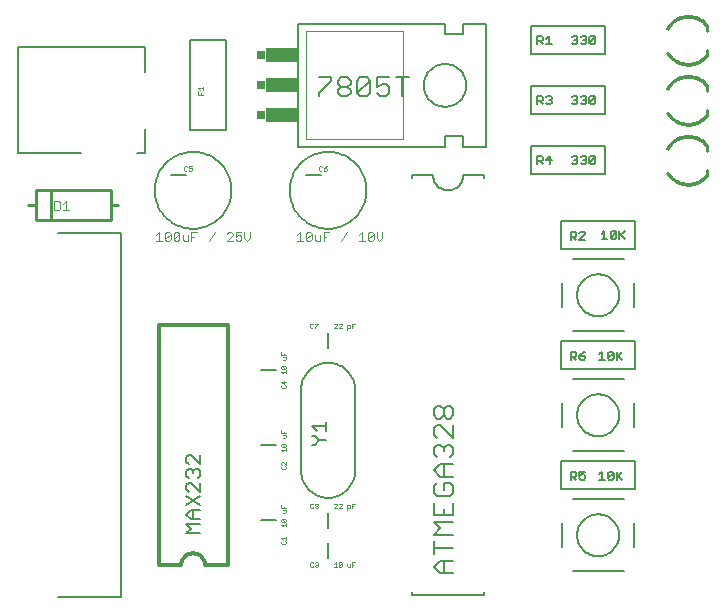
<source format=gto>
G75*
G70*
%OFA0B0*%
%FSLAX24Y24*%
%IPPOS*%
%LPD*%
%AMOC8*
5,1,8,0,0,1.08239X$1,22.5*
%
%ADD10C,0.0120*%
%ADD11C,0.0050*%
%ADD12C,0.0080*%
%ADD13C,0.0010*%
%ADD14C,0.0060*%
%ADD15C,0.0020*%
%ADD16R,0.0250X0.0300*%
%ADD17R,0.1100X0.0500*%
%ADD18C,0.0070*%
%ADD19C,0.0030*%
%ADD20C,0.0100*%
D10*
X008713Y001600D02*
X009463Y001600D01*
X009465Y001639D01*
X009471Y001678D01*
X009480Y001716D01*
X009493Y001753D01*
X009510Y001789D01*
X009530Y001822D01*
X009554Y001854D01*
X009580Y001883D01*
X009609Y001909D01*
X009641Y001933D01*
X009674Y001953D01*
X009710Y001970D01*
X009747Y001983D01*
X009785Y001992D01*
X009824Y001998D01*
X009863Y002000D01*
X009902Y001998D01*
X009941Y001992D01*
X009979Y001983D01*
X010016Y001970D01*
X010052Y001953D01*
X010085Y001933D01*
X010117Y001909D01*
X010146Y001883D01*
X010172Y001854D01*
X010196Y001822D01*
X010216Y001789D01*
X010233Y001753D01*
X010246Y001716D01*
X010255Y001678D01*
X010261Y001639D01*
X010263Y001600D01*
X011013Y001600D01*
X011013Y009600D01*
X008713Y009600D01*
X008713Y001600D01*
D11*
X009638Y002675D02*
X009788Y002825D01*
X009638Y002975D01*
X010088Y002975D01*
X010088Y003135D02*
X009788Y003135D01*
X009638Y003286D01*
X009788Y003436D01*
X010088Y003436D01*
X010088Y003596D02*
X009638Y003896D01*
X009713Y004056D02*
X009638Y004131D01*
X009638Y004281D01*
X009713Y004356D01*
X009788Y004356D01*
X010088Y004056D01*
X010088Y004356D01*
X010013Y004517D02*
X010088Y004592D01*
X010088Y004742D01*
X010013Y004817D01*
X009938Y004817D01*
X009863Y004742D01*
X009863Y004667D01*
X009863Y004742D02*
X009788Y004817D01*
X009713Y004817D01*
X009638Y004742D01*
X009638Y004592D01*
X009713Y004517D01*
X009713Y004977D02*
X009638Y005052D01*
X009638Y005202D01*
X009713Y005277D01*
X009788Y005277D01*
X010088Y004977D01*
X010088Y005277D01*
X010088Y003896D02*
X009638Y003596D01*
X009863Y003436D02*
X009863Y003135D01*
X010088Y002675D02*
X009638Y002675D01*
X013838Y005625D02*
X013913Y005625D01*
X014063Y005775D01*
X014288Y005775D01*
X014063Y005775D02*
X013913Y005925D01*
X013838Y005925D01*
X013988Y006085D02*
X013838Y006236D01*
X014288Y006236D01*
X014288Y006386D02*
X014288Y006085D01*
X022449Y004725D02*
X022449Y004455D01*
X022449Y004545D02*
X022584Y004545D01*
X022629Y004590D01*
X022629Y004680D01*
X022584Y004725D01*
X022449Y004725D01*
X022539Y004545D02*
X022629Y004455D01*
X022744Y004500D02*
X022789Y004455D01*
X022879Y004455D01*
X022924Y004500D01*
X022924Y004590D01*
X022879Y004635D01*
X022834Y004635D01*
X022744Y004590D01*
X022744Y004725D01*
X022924Y004725D01*
X023404Y004635D02*
X023494Y004725D01*
X023494Y004455D01*
X023404Y004455D02*
X023584Y004455D01*
X023699Y004500D02*
X023879Y004680D01*
X023879Y004500D01*
X023834Y004455D01*
X023744Y004455D01*
X023699Y004500D01*
X023699Y004680D01*
X023744Y004725D01*
X023834Y004725D01*
X023879Y004680D01*
X023994Y004725D02*
X023994Y004455D01*
X023994Y004545D02*
X024174Y004725D01*
X024039Y004590D02*
X024174Y004455D01*
X024174Y008455D02*
X024039Y008590D01*
X023994Y008545D02*
X024174Y008725D01*
X023994Y008725D02*
X023994Y008455D01*
X023879Y008500D02*
X023834Y008455D01*
X023744Y008455D01*
X023699Y008500D01*
X023879Y008680D01*
X023879Y008500D01*
X023699Y008500D02*
X023699Y008680D01*
X023744Y008725D01*
X023834Y008725D01*
X023879Y008680D01*
X023584Y008455D02*
X023404Y008455D01*
X023494Y008455D02*
X023494Y008725D01*
X023404Y008635D01*
X022924Y008545D02*
X022879Y008590D01*
X022744Y008590D01*
X022744Y008500D01*
X022789Y008455D01*
X022879Y008455D01*
X022924Y008500D01*
X022924Y008545D01*
X022834Y008680D02*
X022744Y008590D01*
X022629Y008590D02*
X022584Y008545D01*
X022449Y008545D01*
X022449Y008455D02*
X022449Y008725D01*
X022584Y008725D01*
X022629Y008680D01*
X022629Y008590D01*
X022539Y008545D02*
X022629Y008455D01*
X022834Y008680D02*
X022924Y008725D01*
X022924Y012455D02*
X022744Y012455D01*
X022924Y012635D01*
X022924Y012680D01*
X022879Y012725D01*
X022789Y012725D01*
X022744Y012680D01*
X022629Y012680D02*
X022584Y012725D01*
X022449Y012725D01*
X022449Y012455D01*
X022449Y012545D02*
X022584Y012545D01*
X022629Y012590D01*
X022629Y012680D01*
X022539Y012545D02*
X022629Y012455D01*
X023488Y012475D02*
X023668Y012475D01*
X023578Y012475D02*
X023578Y012745D01*
X023488Y012655D01*
X023783Y012700D02*
X023783Y012520D01*
X023963Y012700D01*
X023963Y012520D01*
X023918Y012475D01*
X023828Y012475D01*
X023783Y012520D01*
X023783Y012700D02*
X023828Y012745D01*
X023918Y012745D01*
X023963Y012700D01*
X024078Y012745D02*
X024078Y012475D01*
X024078Y012565D02*
X024258Y012745D01*
X024123Y012610D02*
X024258Y012475D01*
X023213Y014975D02*
X023123Y014975D01*
X023078Y015020D01*
X023258Y015200D01*
X023258Y015020D01*
X023213Y014975D01*
X023078Y015020D02*
X023078Y015200D01*
X023123Y015245D01*
X023213Y015245D01*
X023258Y015200D01*
X022963Y015200D02*
X022963Y015155D01*
X022918Y015110D01*
X022963Y015065D01*
X022963Y015020D01*
X022918Y014975D01*
X022828Y014975D01*
X022783Y015020D01*
X022668Y015020D02*
X022623Y014975D01*
X022533Y014975D01*
X022488Y015020D01*
X022578Y015110D02*
X022623Y015110D01*
X022668Y015065D01*
X022668Y015020D01*
X022623Y015110D02*
X022668Y015155D01*
X022668Y015200D01*
X022623Y015245D01*
X022533Y015245D01*
X022488Y015200D01*
X022783Y015200D02*
X022828Y015245D01*
X022918Y015245D01*
X022963Y015200D01*
X022918Y015110D02*
X022873Y015110D01*
X021813Y015110D02*
X021633Y015110D01*
X021768Y015245D01*
X021768Y014975D01*
X021518Y014975D02*
X021428Y015065D01*
X021473Y015065D02*
X021338Y015065D01*
X021338Y014975D02*
X021338Y015245D01*
X021473Y015245D01*
X021518Y015200D01*
X021518Y015110D01*
X021473Y015065D01*
X021518Y016975D02*
X021428Y017065D01*
X021473Y017065D02*
X021338Y017065D01*
X021338Y016975D02*
X021338Y017245D01*
X021473Y017245D01*
X021518Y017200D01*
X021518Y017110D01*
X021473Y017065D01*
X021633Y017020D02*
X021678Y016975D01*
X021768Y016975D01*
X021813Y017020D01*
X021813Y017065D01*
X021768Y017110D01*
X021723Y017110D01*
X021768Y017110D02*
X021813Y017155D01*
X021813Y017200D01*
X021768Y017245D01*
X021678Y017245D01*
X021633Y017200D01*
X022488Y017200D02*
X022533Y017245D01*
X022623Y017245D01*
X022668Y017200D01*
X022668Y017155D01*
X022623Y017110D01*
X022668Y017065D01*
X022668Y017020D01*
X022623Y016975D01*
X022533Y016975D01*
X022488Y017020D01*
X022578Y017110D02*
X022623Y017110D01*
X022783Y017020D02*
X022828Y016975D01*
X022918Y016975D01*
X022963Y017020D01*
X022963Y017065D01*
X022918Y017110D01*
X022873Y017110D01*
X022918Y017110D02*
X022963Y017155D01*
X022963Y017200D01*
X022918Y017245D01*
X022828Y017245D01*
X022783Y017200D01*
X023078Y017200D02*
X023078Y017020D01*
X023258Y017200D01*
X023258Y017020D01*
X023213Y016975D01*
X023123Y016975D01*
X023078Y017020D01*
X023078Y017200D02*
X023123Y017245D01*
X023213Y017245D01*
X023258Y017200D01*
X023213Y018975D02*
X023123Y018975D01*
X023078Y019020D01*
X023258Y019200D01*
X023258Y019020D01*
X023213Y018975D01*
X023078Y019020D02*
X023078Y019200D01*
X023123Y019245D01*
X023213Y019245D01*
X023258Y019200D01*
X022963Y019200D02*
X022963Y019155D01*
X022918Y019110D01*
X022963Y019065D01*
X022963Y019020D01*
X022918Y018975D01*
X022828Y018975D01*
X022783Y019020D01*
X022668Y019020D02*
X022623Y018975D01*
X022533Y018975D01*
X022488Y019020D01*
X022578Y019110D02*
X022623Y019110D01*
X022668Y019065D01*
X022668Y019020D01*
X022623Y019110D02*
X022668Y019155D01*
X022668Y019200D01*
X022623Y019245D01*
X022533Y019245D01*
X022488Y019200D01*
X022783Y019200D02*
X022828Y019245D01*
X022918Y019245D01*
X022963Y019200D01*
X022918Y019110D02*
X022873Y019110D01*
X021813Y018975D02*
X021633Y018975D01*
X021723Y018975D02*
X021723Y019245D01*
X021633Y019155D01*
X021518Y019110D02*
X021473Y019065D01*
X021338Y019065D01*
X021338Y018975D02*
X021338Y019245D01*
X021473Y019245D01*
X021518Y019200D01*
X021518Y019110D01*
X021428Y019065D02*
X021518Y018975D01*
D12*
X007466Y000537D02*
X005363Y000537D01*
X007466Y000537D02*
X007466Y012663D01*
X005363Y012663D01*
X009113Y014600D02*
X009613Y014600D01*
X008583Y014100D02*
X008585Y014171D01*
X008591Y014242D01*
X008601Y014313D01*
X008615Y014382D01*
X008632Y014451D01*
X008654Y014519D01*
X008679Y014586D01*
X008708Y014651D01*
X008740Y014714D01*
X008776Y014776D01*
X008815Y014835D01*
X008858Y014892D01*
X008903Y014947D01*
X008952Y014999D01*
X009003Y015048D01*
X009057Y015094D01*
X009114Y015138D01*
X009172Y015178D01*
X009233Y015214D01*
X009296Y015248D01*
X009361Y015277D01*
X009427Y015303D01*
X009495Y015326D01*
X009563Y015344D01*
X009633Y015359D01*
X009703Y015370D01*
X009774Y015377D01*
X009845Y015380D01*
X009916Y015379D01*
X009987Y015374D01*
X010058Y015365D01*
X010128Y015352D01*
X010197Y015336D01*
X010265Y015315D01*
X010332Y015291D01*
X010398Y015263D01*
X010461Y015231D01*
X010523Y015196D01*
X010583Y015158D01*
X010641Y015116D01*
X010696Y015072D01*
X010749Y015024D01*
X010799Y014973D01*
X010846Y014920D01*
X010890Y014864D01*
X010931Y014806D01*
X010969Y014745D01*
X011003Y014683D01*
X011033Y014618D01*
X011060Y014553D01*
X011084Y014485D01*
X011103Y014417D01*
X011119Y014348D01*
X011131Y014277D01*
X011139Y014207D01*
X011143Y014136D01*
X011143Y014064D01*
X011139Y013993D01*
X011131Y013923D01*
X011119Y013852D01*
X011103Y013783D01*
X011084Y013715D01*
X011060Y013647D01*
X011033Y013582D01*
X011003Y013517D01*
X010969Y013455D01*
X010931Y013394D01*
X010890Y013336D01*
X010846Y013280D01*
X010799Y013227D01*
X010749Y013176D01*
X010696Y013128D01*
X010641Y013084D01*
X010583Y013042D01*
X010523Y013004D01*
X010461Y012969D01*
X010398Y012937D01*
X010332Y012909D01*
X010265Y012885D01*
X010197Y012864D01*
X010128Y012848D01*
X010058Y012835D01*
X009987Y012826D01*
X009916Y012821D01*
X009845Y012820D01*
X009774Y012823D01*
X009703Y012830D01*
X009633Y012841D01*
X009563Y012856D01*
X009495Y012874D01*
X009427Y012897D01*
X009361Y012923D01*
X009296Y012952D01*
X009233Y012986D01*
X009172Y013022D01*
X009114Y013062D01*
X009057Y013106D01*
X009003Y013152D01*
X008952Y013201D01*
X008903Y013253D01*
X008858Y013308D01*
X008815Y013365D01*
X008776Y013424D01*
X008740Y013486D01*
X008708Y013549D01*
X008679Y013614D01*
X008654Y013681D01*
X008632Y013749D01*
X008615Y013818D01*
X008601Y013887D01*
X008591Y013958D01*
X008585Y014029D01*
X008583Y014100D01*
X008257Y015328D02*
X007981Y015328D01*
X008257Y015328D02*
X008257Y016155D01*
X009763Y016100D02*
X009763Y019100D01*
X010963Y019100D01*
X010963Y016100D01*
X009763Y016100D01*
X008257Y018045D02*
X008257Y018872D01*
X004044Y018872D01*
X004044Y015328D01*
X006131Y015328D01*
X013613Y014600D02*
X014113Y014600D01*
X013083Y014100D02*
X013085Y014171D01*
X013091Y014242D01*
X013101Y014313D01*
X013115Y014382D01*
X013132Y014451D01*
X013154Y014519D01*
X013179Y014586D01*
X013208Y014651D01*
X013240Y014714D01*
X013276Y014776D01*
X013315Y014835D01*
X013358Y014892D01*
X013403Y014947D01*
X013452Y014999D01*
X013503Y015048D01*
X013557Y015094D01*
X013614Y015138D01*
X013672Y015178D01*
X013733Y015214D01*
X013796Y015248D01*
X013861Y015277D01*
X013927Y015303D01*
X013995Y015326D01*
X014063Y015344D01*
X014133Y015359D01*
X014203Y015370D01*
X014274Y015377D01*
X014345Y015380D01*
X014416Y015379D01*
X014487Y015374D01*
X014558Y015365D01*
X014628Y015352D01*
X014697Y015336D01*
X014765Y015315D01*
X014832Y015291D01*
X014898Y015263D01*
X014961Y015231D01*
X015023Y015196D01*
X015083Y015158D01*
X015141Y015116D01*
X015196Y015072D01*
X015249Y015024D01*
X015299Y014973D01*
X015346Y014920D01*
X015390Y014864D01*
X015431Y014806D01*
X015469Y014745D01*
X015503Y014683D01*
X015533Y014618D01*
X015560Y014553D01*
X015584Y014485D01*
X015603Y014417D01*
X015619Y014348D01*
X015631Y014277D01*
X015639Y014207D01*
X015643Y014136D01*
X015643Y014064D01*
X015639Y013993D01*
X015631Y013923D01*
X015619Y013852D01*
X015603Y013783D01*
X015584Y013715D01*
X015560Y013647D01*
X015533Y013582D01*
X015503Y013517D01*
X015469Y013455D01*
X015431Y013394D01*
X015390Y013336D01*
X015346Y013280D01*
X015299Y013227D01*
X015249Y013176D01*
X015196Y013128D01*
X015141Y013084D01*
X015083Y013042D01*
X015023Y013004D01*
X014961Y012969D01*
X014898Y012937D01*
X014832Y012909D01*
X014765Y012885D01*
X014697Y012864D01*
X014628Y012848D01*
X014558Y012835D01*
X014487Y012826D01*
X014416Y012821D01*
X014345Y012820D01*
X014274Y012823D01*
X014203Y012830D01*
X014133Y012841D01*
X014063Y012856D01*
X013995Y012874D01*
X013927Y012897D01*
X013861Y012923D01*
X013796Y012952D01*
X013733Y012986D01*
X013672Y013022D01*
X013614Y013062D01*
X013557Y013106D01*
X013503Y013152D01*
X013452Y013201D01*
X013403Y013253D01*
X013358Y013308D01*
X013315Y013365D01*
X013276Y013424D01*
X013240Y013486D01*
X013208Y013549D01*
X013179Y013614D01*
X013154Y013681D01*
X013132Y013749D01*
X013115Y013818D01*
X013101Y013887D01*
X013091Y013958D01*
X013085Y014029D01*
X013083Y014100D01*
X017163Y014500D02*
X017163Y014600D01*
X017863Y014600D01*
X017865Y014556D01*
X017871Y014513D01*
X017880Y014471D01*
X017893Y014429D01*
X017910Y014389D01*
X017930Y014350D01*
X017953Y014313D01*
X017980Y014279D01*
X018009Y014246D01*
X018042Y014217D01*
X018076Y014190D01*
X018113Y014167D01*
X018152Y014147D01*
X018192Y014130D01*
X018234Y014117D01*
X018276Y014108D01*
X018319Y014102D01*
X018363Y014100D01*
X018407Y014102D01*
X018450Y014108D01*
X018492Y014117D01*
X018534Y014130D01*
X018574Y014147D01*
X018613Y014167D01*
X018650Y014190D01*
X018684Y014217D01*
X018717Y014246D01*
X018746Y014279D01*
X018773Y014313D01*
X018796Y014350D01*
X018816Y014389D01*
X018833Y014429D01*
X018846Y014471D01*
X018855Y014513D01*
X018861Y014556D01*
X018863Y014600D01*
X019563Y014600D01*
X019563Y014500D01*
X021123Y014628D02*
X023603Y014628D01*
X023603Y015572D01*
X021123Y015572D01*
X021123Y014628D01*
X022123Y013072D02*
X024603Y013072D01*
X024603Y012128D01*
X022123Y012128D01*
X022123Y013072D01*
X022513Y011800D02*
X024213Y011800D01*
X024563Y011000D02*
X024563Y010195D01*
X022663Y010600D02*
X022665Y010652D01*
X022671Y010704D01*
X022681Y010756D01*
X022694Y010806D01*
X022711Y010856D01*
X022732Y010904D01*
X022757Y010950D01*
X022785Y010994D01*
X022816Y011036D01*
X022850Y011076D01*
X022887Y011113D01*
X022927Y011147D01*
X022969Y011178D01*
X023013Y011206D01*
X023059Y011231D01*
X023107Y011252D01*
X023157Y011269D01*
X023207Y011282D01*
X023259Y011292D01*
X023311Y011298D01*
X023363Y011300D01*
X023415Y011298D01*
X023467Y011292D01*
X023519Y011282D01*
X023569Y011269D01*
X023619Y011252D01*
X023667Y011231D01*
X023713Y011206D01*
X023757Y011178D01*
X023799Y011147D01*
X023839Y011113D01*
X023876Y011076D01*
X023910Y011036D01*
X023941Y010994D01*
X023969Y010950D01*
X023994Y010904D01*
X024015Y010856D01*
X024032Y010806D01*
X024045Y010756D01*
X024055Y010704D01*
X024061Y010652D01*
X024063Y010600D01*
X024061Y010548D01*
X024055Y010496D01*
X024045Y010444D01*
X024032Y010394D01*
X024015Y010344D01*
X023994Y010296D01*
X023969Y010250D01*
X023941Y010206D01*
X023910Y010164D01*
X023876Y010124D01*
X023839Y010087D01*
X023799Y010053D01*
X023757Y010022D01*
X023713Y009994D01*
X023667Y009969D01*
X023619Y009948D01*
X023569Y009931D01*
X023519Y009918D01*
X023467Y009908D01*
X023415Y009902D01*
X023363Y009900D01*
X023311Y009902D01*
X023259Y009908D01*
X023207Y009918D01*
X023157Y009931D01*
X023107Y009948D01*
X023059Y009969D01*
X023013Y009994D01*
X022969Y010022D01*
X022927Y010053D01*
X022887Y010087D01*
X022850Y010124D01*
X022816Y010164D01*
X022785Y010206D01*
X022757Y010250D01*
X022732Y010296D01*
X022711Y010344D01*
X022694Y010394D01*
X022681Y010444D01*
X022671Y010496D01*
X022665Y010548D01*
X022663Y010600D01*
X022163Y010207D02*
X022163Y011000D01*
X022513Y009400D02*
X024213Y009400D01*
X024603Y009072D02*
X022123Y009072D01*
X022123Y008128D01*
X024603Y008128D01*
X024603Y009072D01*
X024213Y007800D02*
X022513Y007800D01*
X022163Y007000D02*
X022163Y006207D01*
X022513Y005400D02*
X024213Y005400D01*
X024603Y005072D02*
X022123Y005072D01*
X022123Y004128D01*
X024603Y004128D01*
X024603Y005072D01*
X024563Y006195D02*
X024563Y007000D01*
X022663Y006600D02*
X022665Y006652D01*
X022671Y006704D01*
X022681Y006756D01*
X022694Y006806D01*
X022711Y006856D01*
X022732Y006904D01*
X022757Y006950D01*
X022785Y006994D01*
X022816Y007036D01*
X022850Y007076D01*
X022887Y007113D01*
X022927Y007147D01*
X022969Y007178D01*
X023013Y007206D01*
X023059Y007231D01*
X023107Y007252D01*
X023157Y007269D01*
X023207Y007282D01*
X023259Y007292D01*
X023311Y007298D01*
X023363Y007300D01*
X023415Y007298D01*
X023467Y007292D01*
X023519Y007282D01*
X023569Y007269D01*
X023619Y007252D01*
X023667Y007231D01*
X023713Y007206D01*
X023757Y007178D01*
X023799Y007147D01*
X023839Y007113D01*
X023876Y007076D01*
X023910Y007036D01*
X023941Y006994D01*
X023969Y006950D01*
X023994Y006904D01*
X024015Y006856D01*
X024032Y006806D01*
X024045Y006756D01*
X024055Y006704D01*
X024061Y006652D01*
X024063Y006600D01*
X024061Y006548D01*
X024055Y006496D01*
X024045Y006444D01*
X024032Y006394D01*
X024015Y006344D01*
X023994Y006296D01*
X023969Y006250D01*
X023941Y006206D01*
X023910Y006164D01*
X023876Y006124D01*
X023839Y006087D01*
X023799Y006053D01*
X023757Y006022D01*
X023713Y005994D01*
X023667Y005969D01*
X023619Y005948D01*
X023569Y005931D01*
X023519Y005918D01*
X023467Y005908D01*
X023415Y005902D01*
X023363Y005900D01*
X023311Y005902D01*
X023259Y005908D01*
X023207Y005918D01*
X023157Y005931D01*
X023107Y005948D01*
X023059Y005969D01*
X023013Y005994D01*
X022969Y006022D01*
X022927Y006053D01*
X022887Y006087D01*
X022850Y006124D01*
X022816Y006164D01*
X022785Y006206D01*
X022757Y006250D01*
X022732Y006296D01*
X022711Y006344D01*
X022694Y006394D01*
X022681Y006444D01*
X022671Y006496D01*
X022665Y006548D01*
X022663Y006600D01*
X022513Y003800D02*
X024213Y003800D01*
X024563Y003000D02*
X024563Y002195D01*
X022663Y002600D02*
X022665Y002652D01*
X022671Y002704D01*
X022681Y002756D01*
X022694Y002806D01*
X022711Y002856D01*
X022732Y002904D01*
X022757Y002950D01*
X022785Y002994D01*
X022816Y003036D01*
X022850Y003076D01*
X022887Y003113D01*
X022927Y003147D01*
X022969Y003178D01*
X023013Y003206D01*
X023059Y003231D01*
X023107Y003252D01*
X023157Y003269D01*
X023207Y003282D01*
X023259Y003292D01*
X023311Y003298D01*
X023363Y003300D01*
X023415Y003298D01*
X023467Y003292D01*
X023519Y003282D01*
X023569Y003269D01*
X023619Y003252D01*
X023667Y003231D01*
X023713Y003206D01*
X023757Y003178D01*
X023799Y003147D01*
X023839Y003113D01*
X023876Y003076D01*
X023910Y003036D01*
X023941Y002994D01*
X023969Y002950D01*
X023994Y002904D01*
X024015Y002856D01*
X024032Y002806D01*
X024045Y002756D01*
X024055Y002704D01*
X024061Y002652D01*
X024063Y002600D01*
X024061Y002548D01*
X024055Y002496D01*
X024045Y002444D01*
X024032Y002394D01*
X024015Y002344D01*
X023994Y002296D01*
X023969Y002250D01*
X023941Y002206D01*
X023910Y002164D01*
X023876Y002124D01*
X023839Y002087D01*
X023799Y002053D01*
X023757Y002022D01*
X023713Y001994D01*
X023667Y001969D01*
X023619Y001948D01*
X023569Y001931D01*
X023519Y001918D01*
X023467Y001908D01*
X023415Y001902D01*
X023363Y001900D01*
X023311Y001902D01*
X023259Y001908D01*
X023207Y001918D01*
X023157Y001931D01*
X023107Y001948D01*
X023059Y001969D01*
X023013Y001994D01*
X022969Y002022D01*
X022927Y002053D01*
X022887Y002087D01*
X022850Y002124D01*
X022816Y002164D01*
X022785Y002206D01*
X022757Y002250D01*
X022732Y002296D01*
X022711Y002344D01*
X022694Y002394D01*
X022681Y002444D01*
X022671Y002496D01*
X022665Y002548D01*
X022663Y002600D01*
X022163Y002207D02*
X022163Y003000D01*
X022513Y001400D02*
X024213Y001400D01*
X019563Y000700D02*
X019563Y000600D01*
X017163Y000600D01*
X017163Y000700D01*
X014363Y001850D02*
X014363Y002350D01*
X014363Y002850D02*
X014363Y003350D01*
X012613Y003100D02*
X012113Y003100D01*
X013463Y004750D02*
X013463Y007450D01*
X013465Y007509D01*
X013471Y007567D01*
X013480Y007626D01*
X013494Y007683D01*
X013511Y007739D01*
X013532Y007794D01*
X013556Y007848D01*
X013584Y007900D01*
X013615Y007950D01*
X013649Y007998D01*
X013686Y008043D01*
X013727Y008086D01*
X013770Y008127D01*
X013815Y008164D01*
X013863Y008198D01*
X013913Y008229D01*
X013965Y008257D01*
X014019Y008281D01*
X014074Y008302D01*
X014130Y008319D01*
X014187Y008333D01*
X014246Y008342D01*
X014304Y008348D01*
X014363Y008350D01*
X014422Y008348D01*
X014480Y008342D01*
X014539Y008333D01*
X014596Y008319D01*
X014652Y008302D01*
X014707Y008281D01*
X014761Y008257D01*
X014813Y008229D01*
X014863Y008198D01*
X014911Y008164D01*
X014956Y008127D01*
X014999Y008086D01*
X015040Y008043D01*
X015077Y007998D01*
X015111Y007950D01*
X015142Y007900D01*
X015170Y007848D01*
X015194Y007794D01*
X015215Y007739D01*
X015232Y007683D01*
X015246Y007626D01*
X015255Y007567D01*
X015261Y007509D01*
X015263Y007450D01*
X015263Y004750D01*
X015261Y004691D01*
X015255Y004633D01*
X015246Y004574D01*
X015232Y004517D01*
X015215Y004461D01*
X015194Y004406D01*
X015170Y004352D01*
X015142Y004300D01*
X015111Y004250D01*
X015077Y004202D01*
X015040Y004157D01*
X014999Y004114D01*
X014956Y004073D01*
X014911Y004036D01*
X014863Y004002D01*
X014813Y003971D01*
X014761Y003943D01*
X014707Y003919D01*
X014652Y003898D01*
X014596Y003881D01*
X014539Y003867D01*
X014480Y003858D01*
X014422Y003852D01*
X014363Y003850D01*
X014304Y003852D01*
X014246Y003858D01*
X014187Y003867D01*
X014130Y003881D01*
X014074Y003898D01*
X014019Y003919D01*
X013965Y003943D01*
X013913Y003971D01*
X013863Y004002D01*
X013815Y004036D01*
X013770Y004073D01*
X013727Y004114D01*
X013686Y004157D01*
X013649Y004202D01*
X013615Y004250D01*
X013584Y004300D01*
X013556Y004352D01*
X013532Y004406D01*
X013511Y004461D01*
X013494Y004517D01*
X013480Y004574D01*
X013471Y004633D01*
X013465Y004691D01*
X013463Y004750D01*
X012613Y005600D02*
X012113Y005600D01*
X012113Y008100D02*
X012613Y008100D01*
X014363Y008850D02*
X014363Y009350D01*
X021123Y016628D02*
X023603Y016628D01*
X023603Y017572D01*
X021123Y017572D01*
X021123Y016628D01*
X021123Y018628D02*
X021123Y019572D01*
X023603Y019572D01*
X023603Y018628D01*
X021123Y018628D01*
D13*
X025632Y018677D02*
X025710Y018722D01*
X025710Y018721D02*
X025738Y018677D01*
X025769Y018635D01*
X025802Y018595D01*
X025838Y018557D01*
X025877Y018522D01*
X025918Y018490D01*
X025962Y018460D01*
X026007Y018434D01*
X026054Y018411D01*
X026102Y018391D01*
X026152Y018375D01*
X026202Y018362D01*
X026254Y018353D01*
X026306Y018347D01*
X026358Y018345D01*
X026359Y018256D01*
X026358Y018255D01*
X026303Y018257D01*
X026249Y018263D01*
X026194Y018272D01*
X026141Y018285D01*
X026089Y018301D01*
X026037Y018320D01*
X025987Y018343D01*
X025939Y018369D01*
X025892Y018398D01*
X025848Y018430D01*
X025805Y018465D01*
X025765Y018503D01*
X025728Y018543D01*
X025693Y018585D01*
X025661Y018630D01*
X025632Y018676D01*
X025640Y018681D01*
X025668Y018635D01*
X025700Y018591D01*
X025735Y018549D01*
X025772Y018509D01*
X025811Y018472D01*
X025853Y018437D01*
X025897Y018406D01*
X025943Y018377D01*
X025991Y018351D01*
X026041Y018329D01*
X026091Y018309D01*
X026143Y018293D01*
X026196Y018281D01*
X026250Y018272D01*
X026304Y018266D01*
X026358Y018264D01*
X026358Y018273D01*
X026304Y018275D01*
X026251Y018281D01*
X026198Y018290D01*
X026146Y018302D01*
X026094Y018318D01*
X026044Y018337D01*
X025995Y018359D01*
X025948Y018385D01*
X025902Y018413D01*
X025859Y018445D01*
X025817Y018479D01*
X025778Y018515D01*
X025741Y018555D01*
X025707Y018596D01*
X025676Y018640D01*
X025647Y018685D01*
X025655Y018690D01*
X025685Y018642D01*
X025719Y018596D01*
X025755Y018553D01*
X025795Y018512D01*
X025837Y018474D01*
X025881Y018439D01*
X025928Y018407D01*
X025977Y018379D01*
X026028Y018354D01*
X026081Y018332D01*
X026134Y018315D01*
X026189Y018301D01*
X026245Y018291D01*
X026301Y018284D01*
X026358Y018282D01*
X026358Y018291D01*
X026302Y018293D01*
X026246Y018299D01*
X026191Y018309D01*
X026137Y018323D01*
X026084Y018341D01*
X026032Y018362D01*
X025981Y018387D01*
X025933Y018415D01*
X025887Y018446D01*
X025842Y018481D01*
X025801Y018518D01*
X025762Y018559D01*
X025726Y018601D01*
X025693Y018647D01*
X025663Y018694D01*
X025671Y018699D01*
X025700Y018652D01*
X025733Y018607D01*
X025769Y018565D01*
X025807Y018525D01*
X025848Y018488D01*
X025892Y018453D01*
X025938Y018422D01*
X025986Y018395D01*
X026035Y018370D01*
X026087Y018349D01*
X026139Y018332D01*
X026193Y018318D01*
X026248Y018308D01*
X026303Y018302D01*
X026358Y018300D01*
X026358Y018309D01*
X026303Y018311D01*
X026249Y018317D01*
X026195Y018327D01*
X026142Y018341D01*
X026090Y018358D01*
X026039Y018378D01*
X025990Y018403D01*
X025943Y018430D01*
X025897Y018461D01*
X025854Y018494D01*
X025813Y018531D01*
X025775Y018571D01*
X025740Y018613D01*
X025708Y018657D01*
X025679Y018703D01*
X025687Y018708D01*
X025715Y018662D01*
X025747Y018618D01*
X025782Y018577D01*
X025820Y018538D01*
X025860Y018501D01*
X025902Y018468D01*
X025947Y018438D01*
X025994Y018410D01*
X026043Y018387D01*
X026093Y018366D01*
X026144Y018349D01*
X026197Y018336D01*
X026250Y018326D01*
X026304Y018320D01*
X026358Y018318D01*
X026358Y018327D01*
X026305Y018329D01*
X026251Y018335D01*
X026199Y018345D01*
X026147Y018358D01*
X026096Y018375D01*
X026046Y018395D01*
X025998Y018418D01*
X025952Y018445D01*
X025908Y018475D01*
X025866Y018508D01*
X025826Y018544D01*
X025789Y018583D01*
X025754Y018624D01*
X025723Y018667D01*
X025694Y018712D01*
X025702Y018717D01*
X025730Y018672D01*
X025761Y018629D01*
X025795Y018589D01*
X025832Y018551D01*
X025871Y018515D01*
X025913Y018483D01*
X025957Y018453D01*
X026003Y018426D01*
X026050Y018403D01*
X026099Y018383D01*
X026149Y018366D01*
X026201Y018353D01*
X026253Y018344D01*
X026305Y018338D01*
X026358Y018336D01*
X026358Y019944D02*
X026358Y019854D01*
X026358Y019855D02*
X026304Y019853D01*
X026251Y019847D01*
X026198Y019837D01*
X026146Y019823D01*
X026095Y019806D01*
X026046Y019785D01*
X025998Y019761D01*
X025952Y019733D01*
X025908Y019702D01*
X025866Y019668D01*
X025827Y019632D01*
X025790Y019592D01*
X025757Y019550D01*
X025726Y019506D01*
X025699Y019460D01*
X025620Y019502D01*
X025648Y019551D01*
X025680Y019597D01*
X025715Y019642D01*
X025752Y019684D01*
X025793Y019724D01*
X025836Y019760D01*
X025881Y019794D01*
X025928Y019825D01*
X025978Y019852D01*
X026029Y019876D01*
X026081Y019897D01*
X026135Y019914D01*
X026190Y019927D01*
X026245Y019937D01*
X026302Y019943D01*
X026358Y019945D01*
X026358Y019936D01*
X026302Y019934D01*
X026247Y019928D01*
X026192Y019918D01*
X026137Y019905D01*
X026084Y019888D01*
X026032Y019868D01*
X025982Y019844D01*
X025933Y019817D01*
X025886Y019787D01*
X025841Y019753D01*
X025799Y019717D01*
X025759Y019678D01*
X025722Y019636D01*
X025687Y019592D01*
X025656Y019546D01*
X025628Y019498D01*
X025636Y019494D01*
X025664Y019541D01*
X025695Y019587D01*
X025729Y019630D01*
X025765Y019672D01*
X025805Y019710D01*
X025847Y019746D01*
X025891Y019779D01*
X025937Y019809D01*
X025986Y019836D01*
X026036Y019859D01*
X026087Y019880D01*
X026140Y019896D01*
X026193Y019909D01*
X026248Y019919D01*
X026303Y019925D01*
X026358Y019927D01*
X026358Y019918D01*
X026303Y019916D01*
X026249Y019910D01*
X026195Y019901D01*
X026142Y019888D01*
X026090Y019871D01*
X026039Y019851D01*
X025990Y019828D01*
X025942Y019801D01*
X025896Y019772D01*
X025852Y019739D01*
X025811Y019704D01*
X025772Y019665D01*
X025735Y019625D01*
X025702Y019582D01*
X025671Y019536D01*
X025644Y019489D01*
X025652Y019485D01*
X025679Y019532D01*
X025709Y019576D01*
X025742Y019619D01*
X025778Y019659D01*
X025817Y019697D01*
X025858Y019732D01*
X025901Y019764D01*
X025947Y019794D01*
X025994Y019820D01*
X026043Y019843D01*
X026093Y019863D01*
X026145Y019879D01*
X026197Y019892D01*
X026250Y019901D01*
X026304Y019907D01*
X026358Y019909D01*
X026358Y019900D01*
X026305Y019898D01*
X026252Y019892D01*
X026199Y019883D01*
X026147Y019870D01*
X026096Y019854D01*
X026046Y019835D01*
X025998Y019812D01*
X025951Y019786D01*
X025907Y019757D01*
X025864Y019725D01*
X025823Y019690D01*
X025785Y019653D01*
X025749Y019613D01*
X025716Y019571D01*
X025686Y019527D01*
X025659Y019481D01*
X025667Y019477D01*
X025694Y019522D01*
X025724Y019566D01*
X025756Y019607D01*
X025791Y019647D01*
X025829Y019684D01*
X025869Y019718D01*
X025912Y019750D01*
X025956Y019778D01*
X026002Y019804D01*
X026050Y019826D01*
X026099Y019846D01*
X026149Y019862D01*
X026201Y019874D01*
X026253Y019883D01*
X026305Y019889D01*
X026358Y019891D01*
X026358Y019882D01*
X026302Y019880D01*
X026247Y019873D01*
X026192Y019863D01*
X026138Y019849D01*
X026086Y019831D01*
X026034Y019810D01*
X025985Y019784D01*
X025937Y019756D01*
X025891Y019724D01*
X025848Y019689D01*
X025808Y019651D01*
X025770Y019610D01*
X025735Y019566D01*
X025704Y019520D01*
X025675Y019472D01*
X025683Y019468D01*
X025711Y019516D01*
X025742Y019561D01*
X025777Y019604D01*
X025814Y019644D01*
X025854Y019682D01*
X025897Y019717D01*
X025942Y019748D01*
X025989Y019777D01*
X026038Y019801D01*
X026089Y019823D01*
X026141Y019840D01*
X026194Y019854D01*
X026248Y019864D01*
X026303Y019871D01*
X026358Y019873D01*
X026358Y019864D01*
X026304Y019862D01*
X026250Y019856D01*
X026196Y019846D01*
X026144Y019832D01*
X026092Y019814D01*
X026042Y019793D01*
X025993Y019769D01*
X025947Y019741D01*
X025902Y019709D01*
X025860Y019675D01*
X025821Y019638D01*
X025784Y019598D01*
X025750Y019556D01*
X025719Y019511D01*
X025691Y019464D01*
X027008Y019644D02*
X026939Y019587D01*
X026940Y019587D02*
X026903Y019627D01*
X026864Y019665D01*
X026822Y019699D01*
X026778Y019731D01*
X026732Y019759D01*
X026683Y019784D01*
X026633Y019805D01*
X026582Y019823D01*
X026529Y019836D01*
X026476Y019846D01*
X026422Y019853D01*
X026368Y019855D01*
X026367Y019944D01*
X026368Y019945D01*
X026424Y019943D01*
X026480Y019937D01*
X026535Y019927D01*
X026590Y019914D01*
X026643Y019897D01*
X026696Y019877D01*
X026747Y019853D01*
X026796Y019826D01*
X026843Y019795D01*
X026888Y019762D01*
X026931Y019726D01*
X026971Y019687D01*
X027009Y019645D01*
X027002Y019639D01*
X026965Y019680D01*
X026925Y019719D01*
X026883Y019755D01*
X026838Y019788D01*
X026791Y019818D01*
X026743Y019845D01*
X026692Y019868D01*
X026640Y019889D01*
X026587Y019905D01*
X026533Y019918D01*
X026479Y019928D01*
X026424Y019934D01*
X026368Y019936D01*
X026368Y019927D01*
X026423Y019925D01*
X026478Y019919D01*
X026532Y019910D01*
X026585Y019897D01*
X026637Y019880D01*
X026689Y019860D01*
X026738Y019837D01*
X026787Y019810D01*
X026833Y019781D01*
X026877Y019748D01*
X026919Y019712D01*
X026958Y019674D01*
X026995Y019633D01*
X026988Y019628D01*
X026952Y019668D01*
X026913Y019706D01*
X026871Y019741D01*
X026828Y019773D01*
X026782Y019803D01*
X026734Y019829D01*
X026685Y019852D01*
X026635Y019872D01*
X026583Y019888D01*
X026530Y019901D01*
X026476Y019910D01*
X026422Y019916D01*
X026368Y019918D01*
X026368Y019909D01*
X026422Y019907D01*
X026475Y019901D01*
X026528Y019892D01*
X026580Y019879D01*
X026632Y019863D01*
X026682Y019844D01*
X026730Y019821D01*
X026777Y019795D01*
X026823Y019766D01*
X026866Y019734D01*
X026907Y019699D01*
X026945Y019662D01*
X026981Y019622D01*
X026974Y019616D01*
X026939Y019655D01*
X026901Y019692D01*
X026860Y019727D01*
X026817Y019758D01*
X026773Y019787D01*
X026726Y019813D01*
X026678Y019835D01*
X026629Y019855D01*
X026578Y019871D01*
X026526Y019883D01*
X026474Y019892D01*
X026421Y019898D01*
X026368Y019900D01*
X026368Y019891D01*
X026420Y019889D01*
X026473Y019883D01*
X026524Y019874D01*
X026575Y019862D01*
X026626Y019846D01*
X026675Y019827D01*
X026722Y019805D01*
X026768Y019779D01*
X026812Y019751D01*
X026854Y019720D01*
X026895Y019686D01*
X026932Y019649D01*
X026967Y019610D01*
X026961Y019604D01*
X026926Y019643D01*
X026888Y019679D01*
X026849Y019713D01*
X026807Y019744D01*
X026763Y019772D01*
X026718Y019797D01*
X026671Y019819D01*
X026623Y019838D01*
X026573Y019853D01*
X026523Y019866D01*
X026471Y019874D01*
X026420Y019880D01*
X026368Y019882D01*
X026368Y019873D01*
X026419Y019871D01*
X026470Y019866D01*
X026521Y019857D01*
X026571Y019845D01*
X026620Y019829D01*
X026667Y019811D01*
X026714Y019789D01*
X026759Y019764D01*
X026802Y019736D01*
X026843Y019706D01*
X026882Y019673D01*
X026919Y019637D01*
X026954Y019599D01*
X026947Y019593D01*
X026910Y019634D01*
X026870Y019672D01*
X026828Y019706D01*
X026783Y019738D01*
X026736Y019767D01*
X026687Y019792D01*
X026636Y019813D01*
X026585Y019831D01*
X026531Y019845D01*
X026477Y019855D01*
X026423Y019862D01*
X026368Y019864D01*
X026367Y018256D02*
X026367Y018346D01*
X026368Y018345D02*
X026422Y018347D01*
X026475Y018353D01*
X026528Y018363D01*
X026580Y018377D01*
X026631Y018394D01*
X026681Y018415D01*
X026729Y018439D01*
X026775Y018467D01*
X026819Y018498D01*
X026860Y018532D01*
X026900Y018569D01*
X026936Y018608D01*
X027004Y018551D01*
X027005Y018550D01*
X026967Y018509D01*
X026927Y018471D01*
X026884Y018435D01*
X026839Y018402D01*
X026792Y018372D01*
X026744Y018346D01*
X026693Y018322D01*
X026641Y018302D01*
X026588Y018286D01*
X026534Y018272D01*
X026479Y018263D01*
X026424Y018257D01*
X026368Y018255D01*
X026368Y018264D01*
X026423Y018266D01*
X026478Y018272D01*
X026532Y018281D01*
X026586Y018294D01*
X026638Y018311D01*
X026690Y018330D01*
X026740Y018354D01*
X026788Y018380D01*
X026834Y018410D01*
X026879Y018442D01*
X026921Y018477D01*
X026961Y018516D01*
X026998Y018556D01*
X026991Y018562D01*
X026954Y018522D01*
X026915Y018484D01*
X026873Y018449D01*
X026829Y018417D01*
X026783Y018388D01*
X026735Y018362D01*
X026686Y018339D01*
X026635Y018319D01*
X026583Y018303D01*
X026530Y018290D01*
X026477Y018281D01*
X026422Y018275D01*
X026368Y018273D01*
X026368Y018282D01*
X026422Y018284D01*
X026475Y018290D01*
X026528Y018299D01*
X026581Y018312D01*
X026632Y018328D01*
X026683Y018347D01*
X026731Y018370D01*
X026779Y018395D01*
X026824Y018424D01*
X026868Y018456D01*
X026909Y018491D01*
X026948Y018528D01*
X026984Y018568D01*
X026977Y018574D01*
X026941Y018534D01*
X026903Y018497D01*
X026862Y018463D01*
X026819Y018432D01*
X026774Y018403D01*
X026727Y018378D01*
X026679Y018355D01*
X026629Y018336D01*
X026578Y018320D01*
X026527Y018308D01*
X026474Y018299D01*
X026421Y018293D01*
X026368Y018291D01*
X026368Y018300D01*
X026421Y018302D01*
X026473Y018308D01*
X026525Y018317D01*
X026576Y018329D01*
X026626Y018345D01*
X026676Y018364D01*
X026723Y018386D01*
X026770Y018411D01*
X026814Y018439D01*
X026856Y018470D01*
X026897Y018504D01*
X026935Y018541D01*
X026970Y018579D01*
X026964Y018585D01*
X026928Y018547D01*
X026891Y018511D01*
X026851Y018477D01*
X026809Y018447D01*
X026765Y018419D01*
X026719Y018394D01*
X026672Y018372D01*
X026623Y018353D01*
X026574Y018338D01*
X026523Y018325D01*
X026472Y018317D01*
X026420Y018311D01*
X026368Y018309D01*
X026368Y018318D01*
X026424Y018320D01*
X026479Y018327D01*
X026534Y018337D01*
X026588Y018351D01*
X026641Y018369D01*
X026692Y018391D01*
X026742Y018416D01*
X026790Y018445D01*
X026835Y018477D01*
X026878Y018512D01*
X026919Y018550D01*
X026957Y018591D01*
X026950Y018597D01*
X026913Y018556D01*
X026872Y018519D01*
X026830Y018484D01*
X026785Y018452D01*
X026737Y018424D01*
X026688Y018399D01*
X026637Y018377D01*
X026585Y018360D01*
X026532Y018346D01*
X026478Y018336D01*
X026423Y018329D01*
X026368Y018327D01*
X026368Y018336D01*
X026422Y018338D01*
X026476Y018344D01*
X026530Y018354D01*
X026583Y018368D01*
X026634Y018386D01*
X026684Y018407D01*
X026733Y018432D01*
X026780Y018460D01*
X026824Y018491D01*
X026866Y018525D01*
X026906Y018563D01*
X026943Y018603D01*
X026358Y017944D02*
X026358Y017854D01*
X026358Y017855D02*
X026304Y017853D01*
X026251Y017847D01*
X026198Y017837D01*
X026146Y017823D01*
X026095Y017806D01*
X026046Y017785D01*
X025998Y017761D01*
X025952Y017733D01*
X025908Y017702D01*
X025866Y017668D01*
X025827Y017632D01*
X025790Y017592D01*
X025757Y017550D01*
X025726Y017506D01*
X025699Y017460D01*
X025620Y017502D01*
X025648Y017551D01*
X025680Y017597D01*
X025715Y017642D01*
X025752Y017684D01*
X025793Y017724D01*
X025836Y017760D01*
X025881Y017794D01*
X025928Y017825D01*
X025978Y017852D01*
X026029Y017876D01*
X026081Y017897D01*
X026135Y017914D01*
X026190Y017927D01*
X026245Y017937D01*
X026302Y017943D01*
X026358Y017945D01*
X026358Y017936D01*
X026302Y017934D01*
X026247Y017928D01*
X026192Y017918D01*
X026137Y017905D01*
X026084Y017888D01*
X026032Y017868D01*
X025982Y017844D01*
X025933Y017817D01*
X025886Y017787D01*
X025841Y017753D01*
X025799Y017717D01*
X025759Y017678D01*
X025722Y017636D01*
X025687Y017592D01*
X025656Y017546D01*
X025628Y017498D01*
X025636Y017494D01*
X025664Y017541D01*
X025695Y017587D01*
X025729Y017630D01*
X025765Y017672D01*
X025805Y017710D01*
X025847Y017746D01*
X025891Y017779D01*
X025937Y017809D01*
X025986Y017836D01*
X026036Y017859D01*
X026087Y017880D01*
X026140Y017896D01*
X026193Y017909D01*
X026248Y017919D01*
X026303Y017925D01*
X026358Y017927D01*
X026358Y017918D01*
X026303Y017916D01*
X026249Y017910D01*
X026195Y017901D01*
X026142Y017888D01*
X026090Y017871D01*
X026039Y017851D01*
X025990Y017828D01*
X025942Y017801D01*
X025896Y017772D01*
X025852Y017739D01*
X025811Y017704D01*
X025772Y017665D01*
X025735Y017625D01*
X025702Y017582D01*
X025671Y017536D01*
X025644Y017489D01*
X025652Y017485D01*
X025679Y017532D01*
X025709Y017576D01*
X025742Y017619D01*
X025778Y017659D01*
X025817Y017697D01*
X025858Y017732D01*
X025901Y017764D01*
X025947Y017794D01*
X025994Y017820D01*
X026043Y017843D01*
X026093Y017863D01*
X026145Y017879D01*
X026197Y017892D01*
X026250Y017901D01*
X026304Y017907D01*
X026358Y017909D01*
X026358Y017900D01*
X026305Y017898D01*
X026252Y017892D01*
X026199Y017883D01*
X026147Y017870D01*
X026096Y017854D01*
X026046Y017835D01*
X025998Y017812D01*
X025951Y017786D01*
X025907Y017757D01*
X025864Y017725D01*
X025823Y017690D01*
X025785Y017653D01*
X025749Y017613D01*
X025716Y017571D01*
X025686Y017527D01*
X025659Y017481D01*
X025667Y017477D01*
X025694Y017522D01*
X025724Y017566D01*
X025756Y017607D01*
X025791Y017647D01*
X025829Y017684D01*
X025869Y017718D01*
X025912Y017750D01*
X025956Y017778D01*
X026002Y017804D01*
X026050Y017826D01*
X026099Y017846D01*
X026149Y017862D01*
X026201Y017874D01*
X026253Y017883D01*
X026305Y017889D01*
X026358Y017891D01*
X026358Y017882D01*
X026302Y017880D01*
X026247Y017873D01*
X026192Y017863D01*
X026138Y017849D01*
X026086Y017831D01*
X026034Y017810D01*
X025985Y017784D01*
X025937Y017756D01*
X025891Y017724D01*
X025848Y017689D01*
X025808Y017651D01*
X025770Y017610D01*
X025735Y017566D01*
X025704Y017520D01*
X025675Y017472D01*
X025683Y017468D01*
X025711Y017516D01*
X025742Y017561D01*
X025777Y017604D01*
X025814Y017644D01*
X025854Y017682D01*
X025897Y017717D01*
X025942Y017748D01*
X025989Y017777D01*
X026038Y017801D01*
X026089Y017823D01*
X026141Y017840D01*
X026194Y017854D01*
X026248Y017864D01*
X026303Y017871D01*
X026358Y017873D01*
X026358Y017864D01*
X026304Y017862D01*
X026250Y017856D01*
X026196Y017846D01*
X026144Y017832D01*
X026092Y017814D01*
X026042Y017793D01*
X025993Y017769D01*
X025947Y017741D01*
X025902Y017709D01*
X025860Y017675D01*
X025821Y017638D01*
X025784Y017598D01*
X025750Y017556D01*
X025719Y017511D01*
X025691Y017464D01*
X025632Y016677D02*
X025710Y016722D01*
X025710Y016721D02*
X025738Y016677D01*
X025769Y016635D01*
X025802Y016595D01*
X025838Y016557D01*
X025877Y016522D01*
X025918Y016490D01*
X025962Y016460D01*
X026007Y016434D01*
X026054Y016411D01*
X026102Y016391D01*
X026152Y016375D01*
X026202Y016362D01*
X026254Y016353D01*
X026306Y016347D01*
X026358Y016345D01*
X026359Y016256D01*
X026358Y016255D01*
X026303Y016257D01*
X026249Y016263D01*
X026194Y016272D01*
X026141Y016285D01*
X026089Y016301D01*
X026037Y016320D01*
X025987Y016343D01*
X025939Y016369D01*
X025892Y016398D01*
X025848Y016430D01*
X025805Y016465D01*
X025765Y016503D01*
X025728Y016543D01*
X025693Y016585D01*
X025661Y016630D01*
X025632Y016676D01*
X025640Y016681D01*
X025668Y016635D01*
X025700Y016591D01*
X025735Y016549D01*
X025772Y016509D01*
X025811Y016472D01*
X025853Y016437D01*
X025897Y016406D01*
X025943Y016377D01*
X025991Y016351D01*
X026041Y016329D01*
X026091Y016309D01*
X026143Y016293D01*
X026196Y016281D01*
X026250Y016272D01*
X026304Y016266D01*
X026358Y016264D01*
X026358Y016273D01*
X026304Y016275D01*
X026251Y016281D01*
X026198Y016290D01*
X026146Y016302D01*
X026094Y016318D01*
X026044Y016337D01*
X025995Y016359D01*
X025948Y016385D01*
X025902Y016413D01*
X025859Y016445D01*
X025817Y016479D01*
X025778Y016515D01*
X025741Y016555D01*
X025707Y016596D01*
X025676Y016640D01*
X025647Y016685D01*
X025655Y016690D01*
X025685Y016642D01*
X025719Y016596D01*
X025755Y016553D01*
X025795Y016512D01*
X025837Y016474D01*
X025881Y016439D01*
X025928Y016407D01*
X025977Y016379D01*
X026028Y016354D01*
X026081Y016332D01*
X026134Y016315D01*
X026189Y016301D01*
X026245Y016291D01*
X026301Y016284D01*
X026358Y016282D01*
X026358Y016291D01*
X026302Y016293D01*
X026246Y016299D01*
X026191Y016309D01*
X026137Y016323D01*
X026084Y016341D01*
X026032Y016362D01*
X025981Y016387D01*
X025933Y016415D01*
X025887Y016446D01*
X025842Y016481D01*
X025801Y016518D01*
X025762Y016559D01*
X025726Y016601D01*
X025693Y016647D01*
X025663Y016694D01*
X025671Y016699D01*
X025700Y016652D01*
X025733Y016607D01*
X025769Y016565D01*
X025807Y016525D01*
X025848Y016488D01*
X025892Y016453D01*
X025938Y016422D01*
X025986Y016395D01*
X026035Y016370D01*
X026087Y016349D01*
X026139Y016332D01*
X026193Y016318D01*
X026248Y016308D01*
X026303Y016302D01*
X026358Y016300D01*
X026358Y016309D01*
X026303Y016311D01*
X026249Y016317D01*
X026195Y016327D01*
X026142Y016341D01*
X026090Y016358D01*
X026039Y016378D01*
X025990Y016403D01*
X025943Y016430D01*
X025897Y016461D01*
X025854Y016494D01*
X025813Y016531D01*
X025775Y016571D01*
X025740Y016613D01*
X025708Y016657D01*
X025679Y016703D01*
X025687Y016708D01*
X025715Y016662D01*
X025747Y016618D01*
X025782Y016577D01*
X025820Y016538D01*
X025860Y016501D01*
X025902Y016468D01*
X025947Y016438D01*
X025994Y016410D01*
X026043Y016387D01*
X026093Y016366D01*
X026144Y016349D01*
X026197Y016336D01*
X026250Y016326D01*
X026304Y016320D01*
X026358Y016318D01*
X026358Y016327D01*
X026305Y016329D01*
X026251Y016335D01*
X026199Y016345D01*
X026147Y016358D01*
X026096Y016375D01*
X026046Y016395D01*
X025998Y016418D01*
X025952Y016445D01*
X025908Y016475D01*
X025866Y016508D01*
X025826Y016544D01*
X025789Y016583D01*
X025754Y016624D01*
X025723Y016667D01*
X025694Y016712D01*
X025702Y016717D01*
X025730Y016672D01*
X025761Y016629D01*
X025795Y016589D01*
X025832Y016551D01*
X025871Y016515D01*
X025913Y016483D01*
X025957Y016453D01*
X026003Y016426D01*
X026050Y016403D01*
X026099Y016383D01*
X026149Y016366D01*
X026201Y016353D01*
X026253Y016344D01*
X026305Y016338D01*
X026358Y016336D01*
X026367Y016256D02*
X026367Y016346D01*
X026368Y016345D02*
X026422Y016347D01*
X026475Y016353D01*
X026528Y016363D01*
X026580Y016377D01*
X026631Y016394D01*
X026681Y016415D01*
X026729Y016439D01*
X026775Y016467D01*
X026819Y016498D01*
X026860Y016532D01*
X026900Y016569D01*
X026936Y016608D01*
X027004Y016551D01*
X027005Y016550D01*
X026967Y016509D01*
X026927Y016471D01*
X026884Y016435D01*
X026839Y016402D01*
X026792Y016372D01*
X026744Y016346D01*
X026693Y016322D01*
X026641Y016302D01*
X026588Y016286D01*
X026534Y016272D01*
X026479Y016263D01*
X026424Y016257D01*
X026368Y016255D01*
X026368Y016264D01*
X026423Y016266D01*
X026478Y016272D01*
X026532Y016281D01*
X026586Y016294D01*
X026638Y016311D01*
X026690Y016330D01*
X026740Y016354D01*
X026788Y016380D01*
X026834Y016410D01*
X026879Y016442D01*
X026921Y016477D01*
X026961Y016516D01*
X026998Y016556D01*
X026991Y016562D01*
X026954Y016522D01*
X026915Y016484D01*
X026873Y016449D01*
X026829Y016417D01*
X026783Y016388D01*
X026735Y016362D01*
X026686Y016339D01*
X026635Y016319D01*
X026583Y016303D01*
X026530Y016290D01*
X026477Y016281D01*
X026422Y016275D01*
X026368Y016273D01*
X026368Y016282D01*
X026422Y016284D01*
X026475Y016290D01*
X026528Y016299D01*
X026581Y016312D01*
X026632Y016328D01*
X026683Y016347D01*
X026731Y016370D01*
X026779Y016395D01*
X026824Y016424D01*
X026868Y016456D01*
X026909Y016491D01*
X026948Y016528D01*
X026984Y016568D01*
X026977Y016574D01*
X026941Y016534D01*
X026903Y016497D01*
X026862Y016463D01*
X026819Y016432D01*
X026774Y016403D01*
X026727Y016378D01*
X026679Y016355D01*
X026629Y016336D01*
X026578Y016320D01*
X026527Y016308D01*
X026474Y016299D01*
X026421Y016293D01*
X026368Y016291D01*
X026368Y016300D01*
X026421Y016302D01*
X026473Y016308D01*
X026525Y016317D01*
X026576Y016329D01*
X026626Y016345D01*
X026676Y016364D01*
X026723Y016386D01*
X026770Y016411D01*
X026814Y016439D01*
X026856Y016470D01*
X026897Y016504D01*
X026935Y016541D01*
X026970Y016579D01*
X026964Y016585D01*
X026928Y016547D01*
X026891Y016511D01*
X026851Y016477D01*
X026809Y016447D01*
X026765Y016419D01*
X026719Y016394D01*
X026672Y016372D01*
X026623Y016353D01*
X026574Y016338D01*
X026523Y016325D01*
X026472Y016317D01*
X026420Y016311D01*
X026368Y016309D01*
X026368Y016318D01*
X026424Y016320D01*
X026479Y016327D01*
X026534Y016337D01*
X026588Y016351D01*
X026641Y016369D01*
X026692Y016391D01*
X026742Y016416D01*
X026790Y016445D01*
X026835Y016477D01*
X026878Y016512D01*
X026919Y016550D01*
X026957Y016591D01*
X026950Y016597D01*
X026913Y016556D01*
X026872Y016519D01*
X026830Y016484D01*
X026785Y016452D01*
X026737Y016424D01*
X026688Y016399D01*
X026637Y016377D01*
X026585Y016360D01*
X026532Y016346D01*
X026478Y016336D01*
X026423Y016329D01*
X026368Y016327D01*
X026368Y016336D01*
X026422Y016338D01*
X026476Y016344D01*
X026530Y016354D01*
X026583Y016368D01*
X026634Y016386D01*
X026684Y016407D01*
X026733Y016432D01*
X026780Y016460D01*
X026824Y016491D01*
X026866Y016525D01*
X026906Y016563D01*
X026943Y016603D01*
X027008Y017644D02*
X026939Y017587D01*
X026940Y017587D02*
X026903Y017627D01*
X026864Y017665D01*
X026822Y017699D01*
X026778Y017731D01*
X026732Y017759D01*
X026683Y017784D01*
X026633Y017805D01*
X026582Y017823D01*
X026529Y017836D01*
X026476Y017846D01*
X026422Y017853D01*
X026368Y017855D01*
X026367Y017944D01*
X026368Y017945D01*
X026424Y017943D01*
X026480Y017937D01*
X026535Y017927D01*
X026590Y017914D01*
X026643Y017897D01*
X026696Y017877D01*
X026747Y017853D01*
X026796Y017826D01*
X026843Y017795D01*
X026888Y017762D01*
X026931Y017726D01*
X026971Y017687D01*
X027009Y017645D01*
X027002Y017639D01*
X026965Y017680D01*
X026925Y017719D01*
X026883Y017755D01*
X026838Y017788D01*
X026791Y017818D01*
X026743Y017845D01*
X026692Y017868D01*
X026640Y017889D01*
X026587Y017905D01*
X026533Y017918D01*
X026479Y017928D01*
X026424Y017934D01*
X026368Y017936D01*
X026368Y017927D01*
X026423Y017925D01*
X026478Y017919D01*
X026532Y017910D01*
X026585Y017897D01*
X026637Y017880D01*
X026689Y017860D01*
X026738Y017837D01*
X026787Y017810D01*
X026833Y017781D01*
X026877Y017748D01*
X026919Y017712D01*
X026958Y017674D01*
X026995Y017633D01*
X026988Y017628D01*
X026952Y017668D01*
X026913Y017706D01*
X026871Y017741D01*
X026828Y017773D01*
X026782Y017803D01*
X026734Y017829D01*
X026685Y017852D01*
X026635Y017872D01*
X026583Y017888D01*
X026530Y017901D01*
X026476Y017910D01*
X026422Y017916D01*
X026368Y017918D01*
X026368Y017909D01*
X026422Y017907D01*
X026475Y017901D01*
X026528Y017892D01*
X026580Y017879D01*
X026632Y017863D01*
X026682Y017844D01*
X026730Y017821D01*
X026777Y017795D01*
X026823Y017766D01*
X026866Y017734D01*
X026907Y017699D01*
X026945Y017662D01*
X026981Y017622D01*
X026974Y017616D01*
X026939Y017655D01*
X026901Y017692D01*
X026860Y017727D01*
X026817Y017758D01*
X026773Y017787D01*
X026726Y017813D01*
X026678Y017835D01*
X026629Y017855D01*
X026578Y017871D01*
X026526Y017883D01*
X026474Y017892D01*
X026421Y017898D01*
X026368Y017900D01*
X026368Y017891D01*
X026420Y017889D01*
X026473Y017883D01*
X026524Y017874D01*
X026575Y017862D01*
X026626Y017846D01*
X026675Y017827D01*
X026722Y017805D01*
X026768Y017779D01*
X026812Y017751D01*
X026854Y017720D01*
X026895Y017686D01*
X026932Y017649D01*
X026967Y017610D01*
X026961Y017604D01*
X026926Y017643D01*
X026888Y017679D01*
X026849Y017713D01*
X026807Y017744D01*
X026763Y017772D01*
X026718Y017797D01*
X026671Y017819D01*
X026623Y017838D01*
X026573Y017853D01*
X026523Y017866D01*
X026471Y017874D01*
X026420Y017880D01*
X026368Y017882D01*
X026368Y017873D01*
X026419Y017871D01*
X026470Y017866D01*
X026521Y017857D01*
X026571Y017845D01*
X026620Y017829D01*
X026667Y017811D01*
X026714Y017789D01*
X026759Y017764D01*
X026802Y017736D01*
X026843Y017706D01*
X026882Y017673D01*
X026919Y017637D01*
X026954Y017599D01*
X026947Y017593D01*
X026910Y017634D01*
X026870Y017672D01*
X026828Y017706D01*
X026783Y017738D01*
X026736Y017767D01*
X026687Y017792D01*
X026636Y017813D01*
X026585Y017831D01*
X026531Y017845D01*
X026477Y017855D01*
X026423Y017862D01*
X026368Y017864D01*
X025632Y014677D02*
X025710Y014722D01*
X025710Y014721D02*
X025738Y014677D01*
X025769Y014635D01*
X025802Y014595D01*
X025838Y014557D01*
X025877Y014522D01*
X025918Y014490D01*
X025962Y014460D01*
X026007Y014434D01*
X026054Y014411D01*
X026102Y014391D01*
X026152Y014375D01*
X026202Y014362D01*
X026254Y014353D01*
X026306Y014347D01*
X026358Y014345D01*
X026359Y014256D01*
X026358Y014255D01*
X026303Y014257D01*
X026249Y014263D01*
X026194Y014272D01*
X026141Y014285D01*
X026089Y014301D01*
X026037Y014320D01*
X025987Y014343D01*
X025939Y014369D01*
X025892Y014398D01*
X025848Y014430D01*
X025805Y014465D01*
X025765Y014503D01*
X025728Y014543D01*
X025693Y014585D01*
X025661Y014630D01*
X025632Y014676D01*
X025640Y014681D01*
X025668Y014635D01*
X025700Y014591D01*
X025735Y014549D01*
X025772Y014509D01*
X025811Y014472D01*
X025853Y014437D01*
X025897Y014406D01*
X025943Y014377D01*
X025991Y014351D01*
X026041Y014329D01*
X026091Y014309D01*
X026143Y014293D01*
X026196Y014281D01*
X026250Y014272D01*
X026304Y014266D01*
X026358Y014264D01*
X026358Y014273D01*
X026304Y014275D01*
X026251Y014281D01*
X026198Y014290D01*
X026146Y014302D01*
X026094Y014318D01*
X026044Y014337D01*
X025995Y014359D01*
X025948Y014385D01*
X025902Y014413D01*
X025859Y014445D01*
X025817Y014479D01*
X025778Y014515D01*
X025741Y014555D01*
X025707Y014596D01*
X025676Y014640D01*
X025647Y014685D01*
X025655Y014690D01*
X025685Y014642D01*
X025719Y014596D01*
X025755Y014553D01*
X025795Y014512D01*
X025837Y014474D01*
X025881Y014439D01*
X025928Y014407D01*
X025977Y014379D01*
X026028Y014354D01*
X026081Y014332D01*
X026134Y014315D01*
X026189Y014301D01*
X026245Y014291D01*
X026301Y014284D01*
X026358Y014282D01*
X026358Y014291D01*
X026302Y014293D01*
X026246Y014299D01*
X026191Y014309D01*
X026137Y014323D01*
X026084Y014341D01*
X026032Y014362D01*
X025981Y014387D01*
X025933Y014415D01*
X025887Y014446D01*
X025842Y014481D01*
X025801Y014518D01*
X025762Y014559D01*
X025726Y014601D01*
X025693Y014647D01*
X025663Y014694D01*
X025671Y014699D01*
X025700Y014652D01*
X025733Y014607D01*
X025769Y014565D01*
X025807Y014525D01*
X025848Y014488D01*
X025892Y014453D01*
X025938Y014422D01*
X025986Y014395D01*
X026035Y014370D01*
X026087Y014349D01*
X026139Y014332D01*
X026193Y014318D01*
X026248Y014308D01*
X026303Y014302D01*
X026358Y014300D01*
X026358Y014309D01*
X026303Y014311D01*
X026249Y014317D01*
X026195Y014327D01*
X026142Y014341D01*
X026090Y014358D01*
X026039Y014378D01*
X025990Y014403D01*
X025943Y014430D01*
X025897Y014461D01*
X025854Y014494D01*
X025813Y014531D01*
X025775Y014571D01*
X025740Y014613D01*
X025708Y014657D01*
X025679Y014703D01*
X025687Y014708D01*
X025715Y014662D01*
X025747Y014618D01*
X025782Y014577D01*
X025820Y014538D01*
X025860Y014501D01*
X025902Y014468D01*
X025947Y014438D01*
X025994Y014410D01*
X026043Y014387D01*
X026093Y014366D01*
X026144Y014349D01*
X026197Y014336D01*
X026250Y014326D01*
X026304Y014320D01*
X026358Y014318D01*
X026358Y014327D01*
X026305Y014329D01*
X026251Y014335D01*
X026199Y014345D01*
X026147Y014358D01*
X026096Y014375D01*
X026046Y014395D01*
X025998Y014418D01*
X025952Y014445D01*
X025908Y014475D01*
X025866Y014508D01*
X025826Y014544D01*
X025789Y014583D01*
X025754Y014624D01*
X025723Y014667D01*
X025694Y014712D01*
X025702Y014717D01*
X025730Y014672D01*
X025761Y014629D01*
X025795Y014589D01*
X025832Y014551D01*
X025871Y014515D01*
X025913Y014483D01*
X025957Y014453D01*
X026003Y014426D01*
X026050Y014403D01*
X026099Y014383D01*
X026149Y014366D01*
X026201Y014353D01*
X026253Y014344D01*
X026305Y014338D01*
X026358Y014336D01*
X026358Y015944D02*
X026358Y015854D01*
X026358Y015855D02*
X026304Y015853D01*
X026251Y015847D01*
X026198Y015837D01*
X026146Y015823D01*
X026095Y015806D01*
X026046Y015785D01*
X025998Y015761D01*
X025952Y015733D01*
X025908Y015702D01*
X025866Y015668D01*
X025827Y015632D01*
X025790Y015592D01*
X025757Y015550D01*
X025726Y015506D01*
X025699Y015460D01*
X025620Y015502D01*
X025648Y015551D01*
X025680Y015597D01*
X025715Y015642D01*
X025752Y015684D01*
X025793Y015724D01*
X025836Y015760D01*
X025881Y015794D01*
X025928Y015825D01*
X025978Y015852D01*
X026029Y015876D01*
X026081Y015897D01*
X026135Y015914D01*
X026190Y015927D01*
X026245Y015937D01*
X026302Y015943D01*
X026358Y015945D01*
X026358Y015936D01*
X026302Y015934D01*
X026247Y015928D01*
X026192Y015918D01*
X026137Y015905D01*
X026084Y015888D01*
X026032Y015868D01*
X025982Y015844D01*
X025933Y015817D01*
X025886Y015787D01*
X025841Y015753D01*
X025799Y015717D01*
X025759Y015678D01*
X025722Y015636D01*
X025687Y015592D01*
X025656Y015546D01*
X025628Y015498D01*
X025636Y015494D01*
X025664Y015541D01*
X025695Y015587D01*
X025729Y015630D01*
X025765Y015672D01*
X025805Y015710D01*
X025847Y015746D01*
X025891Y015779D01*
X025937Y015809D01*
X025986Y015836D01*
X026036Y015859D01*
X026087Y015880D01*
X026140Y015896D01*
X026193Y015909D01*
X026248Y015919D01*
X026303Y015925D01*
X026358Y015927D01*
X026358Y015918D01*
X026303Y015916D01*
X026249Y015910D01*
X026195Y015901D01*
X026142Y015888D01*
X026090Y015871D01*
X026039Y015851D01*
X025990Y015828D01*
X025942Y015801D01*
X025896Y015772D01*
X025852Y015739D01*
X025811Y015704D01*
X025772Y015665D01*
X025735Y015625D01*
X025702Y015582D01*
X025671Y015536D01*
X025644Y015489D01*
X025652Y015485D01*
X025679Y015532D01*
X025709Y015576D01*
X025742Y015619D01*
X025778Y015659D01*
X025817Y015697D01*
X025858Y015732D01*
X025901Y015764D01*
X025947Y015794D01*
X025994Y015820D01*
X026043Y015843D01*
X026093Y015863D01*
X026145Y015879D01*
X026197Y015892D01*
X026250Y015901D01*
X026304Y015907D01*
X026358Y015909D01*
X026358Y015900D01*
X026305Y015898D01*
X026252Y015892D01*
X026199Y015883D01*
X026147Y015870D01*
X026096Y015854D01*
X026046Y015835D01*
X025998Y015812D01*
X025951Y015786D01*
X025907Y015757D01*
X025864Y015725D01*
X025823Y015690D01*
X025785Y015653D01*
X025749Y015613D01*
X025716Y015571D01*
X025686Y015527D01*
X025659Y015481D01*
X025667Y015477D01*
X025694Y015522D01*
X025724Y015566D01*
X025756Y015607D01*
X025791Y015647D01*
X025829Y015684D01*
X025869Y015718D01*
X025912Y015750D01*
X025956Y015778D01*
X026002Y015804D01*
X026050Y015826D01*
X026099Y015846D01*
X026149Y015862D01*
X026201Y015874D01*
X026253Y015883D01*
X026305Y015889D01*
X026358Y015891D01*
X026358Y015882D01*
X026302Y015880D01*
X026247Y015873D01*
X026192Y015863D01*
X026138Y015849D01*
X026086Y015831D01*
X026034Y015810D01*
X025985Y015784D01*
X025937Y015756D01*
X025891Y015724D01*
X025848Y015689D01*
X025808Y015651D01*
X025770Y015610D01*
X025735Y015566D01*
X025704Y015520D01*
X025675Y015472D01*
X025683Y015468D01*
X025711Y015516D01*
X025742Y015561D01*
X025777Y015604D01*
X025814Y015644D01*
X025854Y015682D01*
X025897Y015717D01*
X025942Y015748D01*
X025989Y015777D01*
X026038Y015801D01*
X026089Y015823D01*
X026141Y015840D01*
X026194Y015854D01*
X026248Y015864D01*
X026303Y015871D01*
X026358Y015873D01*
X026358Y015864D01*
X026304Y015862D01*
X026250Y015856D01*
X026196Y015846D01*
X026144Y015832D01*
X026092Y015814D01*
X026042Y015793D01*
X025993Y015769D01*
X025947Y015741D01*
X025902Y015709D01*
X025860Y015675D01*
X025821Y015638D01*
X025784Y015598D01*
X025750Y015556D01*
X025719Y015511D01*
X025691Y015464D01*
X027008Y015644D02*
X026939Y015587D01*
X026940Y015587D02*
X026903Y015627D01*
X026864Y015665D01*
X026822Y015699D01*
X026778Y015731D01*
X026732Y015759D01*
X026683Y015784D01*
X026633Y015805D01*
X026582Y015823D01*
X026529Y015836D01*
X026476Y015846D01*
X026422Y015853D01*
X026368Y015855D01*
X026367Y015944D01*
X026368Y015945D01*
X026424Y015943D01*
X026480Y015937D01*
X026535Y015927D01*
X026590Y015914D01*
X026643Y015897D01*
X026696Y015877D01*
X026747Y015853D01*
X026796Y015826D01*
X026843Y015795D01*
X026888Y015762D01*
X026931Y015726D01*
X026971Y015687D01*
X027009Y015645D01*
X027002Y015639D01*
X026965Y015680D01*
X026925Y015719D01*
X026883Y015755D01*
X026838Y015788D01*
X026791Y015818D01*
X026743Y015845D01*
X026692Y015868D01*
X026640Y015889D01*
X026587Y015905D01*
X026533Y015918D01*
X026479Y015928D01*
X026424Y015934D01*
X026368Y015936D01*
X026368Y015927D01*
X026423Y015925D01*
X026478Y015919D01*
X026532Y015910D01*
X026585Y015897D01*
X026637Y015880D01*
X026689Y015860D01*
X026738Y015837D01*
X026787Y015810D01*
X026833Y015781D01*
X026877Y015748D01*
X026919Y015712D01*
X026958Y015674D01*
X026995Y015633D01*
X026988Y015628D01*
X026952Y015668D01*
X026913Y015706D01*
X026871Y015741D01*
X026828Y015773D01*
X026782Y015803D01*
X026734Y015829D01*
X026685Y015852D01*
X026635Y015872D01*
X026583Y015888D01*
X026530Y015901D01*
X026476Y015910D01*
X026422Y015916D01*
X026368Y015918D01*
X026368Y015909D01*
X026422Y015907D01*
X026475Y015901D01*
X026528Y015892D01*
X026580Y015879D01*
X026632Y015863D01*
X026682Y015844D01*
X026730Y015821D01*
X026777Y015795D01*
X026823Y015766D01*
X026866Y015734D01*
X026907Y015699D01*
X026945Y015662D01*
X026981Y015622D01*
X026974Y015616D01*
X026939Y015655D01*
X026901Y015692D01*
X026860Y015727D01*
X026817Y015758D01*
X026773Y015787D01*
X026726Y015813D01*
X026678Y015835D01*
X026629Y015855D01*
X026578Y015871D01*
X026526Y015883D01*
X026474Y015892D01*
X026421Y015898D01*
X026368Y015900D01*
X026368Y015891D01*
X026420Y015889D01*
X026473Y015883D01*
X026524Y015874D01*
X026575Y015862D01*
X026626Y015846D01*
X026675Y015827D01*
X026722Y015805D01*
X026768Y015779D01*
X026812Y015751D01*
X026854Y015720D01*
X026895Y015686D01*
X026932Y015649D01*
X026967Y015610D01*
X026961Y015604D01*
X026926Y015643D01*
X026888Y015679D01*
X026849Y015713D01*
X026807Y015744D01*
X026763Y015772D01*
X026718Y015797D01*
X026671Y015819D01*
X026623Y015838D01*
X026573Y015853D01*
X026523Y015866D01*
X026471Y015874D01*
X026420Y015880D01*
X026368Y015882D01*
X026368Y015873D01*
X026419Y015871D01*
X026470Y015866D01*
X026521Y015857D01*
X026571Y015845D01*
X026620Y015829D01*
X026667Y015811D01*
X026714Y015789D01*
X026759Y015764D01*
X026802Y015736D01*
X026843Y015706D01*
X026882Y015673D01*
X026919Y015637D01*
X026954Y015599D01*
X026947Y015593D01*
X026910Y015634D01*
X026870Y015672D01*
X026828Y015706D01*
X026783Y015738D01*
X026736Y015767D01*
X026687Y015792D01*
X026636Y015813D01*
X026585Y015831D01*
X026531Y015845D01*
X026477Y015855D01*
X026423Y015862D01*
X026368Y015864D01*
X026367Y014256D02*
X026367Y014346D01*
X026368Y014345D02*
X026422Y014347D01*
X026475Y014353D01*
X026528Y014363D01*
X026580Y014377D01*
X026631Y014394D01*
X026681Y014415D01*
X026729Y014439D01*
X026775Y014467D01*
X026819Y014498D01*
X026860Y014532D01*
X026900Y014569D01*
X026936Y014608D01*
X027004Y014551D01*
X027005Y014550D01*
X026967Y014509D01*
X026927Y014471D01*
X026884Y014435D01*
X026839Y014402D01*
X026792Y014372D01*
X026744Y014346D01*
X026693Y014322D01*
X026641Y014302D01*
X026588Y014286D01*
X026534Y014272D01*
X026479Y014263D01*
X026424Y014257D01*
X026368Y014255D01*
X026368Y014264D01*
X026423Y014266D01*
X026478Y014272D01*
X026532Y014281D01*
X026586Y014294D01*
X026638Y014311D01*
X026690Y014330D01*
X026740Y014354D01*
X026788Y014380D01*
X026834Y014410D01*
X026879Y014442D01*
X026921Y014477D01*
X026961Y014516D01*
X026998Y014556D01*
X026991Y014562D01*
X026954Y014522D01*
X026915Y014484D01*
X026873Y014449D01*
X026829Y014417D01*
X026783Y014388D01*
X026735Y014362D01*
X026686Y014339D01*
X026635Y014319D01*
X026583Y014303D01*
X026530Y014290D01*
X026477Y014281D01*
X026422Y014275D01*
X026368Y014273D01*
X026368Y014282D01*
X026422Y014284D01*
X026475Y014290D01*
X026528Y014299D01*
X026581Y014312D01*
X026632Y014328D01*
X026683Y014347D01*
X026731Y014370D01*
X026779Y014395D01*
X026824Y014424D01*
X026868Y014456D01*
X026909Y014491D01*
X026948Y014528D01*
X026984Y014568D01*
X026977Y014574D01*
X026941Y014534D01*
X026903Y014497D01*
X026862Y014463D01*
X026819Y014432D01*
X026774Y014403D01*
X026727Y014378D01*
X026679Y014355D01*
X026629Y014336D01*
X026578Y014320D01*
X026527Y014308D01*
X026474Y014299D01*
X026421Y014293D01*
X026368Y014291D01*
X026368Y014300D01*
X026421Y014302D01*
X026473Y014308D01*
X026525Y014317D01*
X026576Y014329D01*
X026626Y014345D01*
X026676Y014364D01*
X026723Y014386D01*
X026770Y014411D01*
X026814Y014439D01*
X026856Y014470D01*
X026897Y014504D01*
X026935Y014541D01*
X026970Y014579D01*
X026964Y014585D01*
X026928Y014547D01*
X026891Y014511D01*
X026851Y014477D01*
X026809Y014447D01*
X026765Y014419D01*
X026719Y014394D01*
X026672Y014372D01*
X026623Y014353D01*
X026574Y014338D01*
X026523Y014325D01*
X026472Y014317D01*
X026420Y014311D01*
X026368Y014309D01*
X026368Y014318D01*
X026424Y014320D01*
X026479Y014327D01*
X026534Y014337D01*
X026588Y014351D01*
X026641Y014369D01*
X026692Y014391D01*
X026742Y014416D01*
X026790Y014445D01*
X026835Y014477D01*
X026878Y014512D01*
X026919Y014550D01*
X026957Y014591D01*
X026950Y014597D01*
X026913Y014556D01*
X026872Y014519D01*
X026830Y014484D01*
X026785Y014452D01*
X026737Y014424D01*
X026688Y014399D01*
X026637Y014377D01*
X026585Y014360D01*
X026532Y014346D01*
X026478Y014336D01*
X026423Y014329D01*
X026368Y014327D01*
X026368Y014336D01*
X026422Y014338D01*
X026476Y014344D01*
X026530Y014354D01*
X026583Y014368D01*
X026634Y014386D01*
X026684Y014407D01*
X026733Y014432D01*
X026780Y014460D01*
X026824Y014491D01*
X026866Y014525D01*
X026906Y014563D01*
X026943Y014603D01*
X015258Y009655D02*
X015158Y009655D01*
X015158Y009505D01*
X015110Y009530D02*
X015085Y009505D01*
X015010Y009505D01*
X015010Y009455D02*
X015010Y009605D01*
X015085Y009605D01*
X015110Y009580D01*
X015110Y009530D01*
X015158Y009580D02*
X015208Y009580D01*
X014816Y009605D02*
X014816Y009630D01*
X014791Y009655D01*
X014741Y009655D01*
X014716Y009630D01*
X014668Y009630D02*
X014643Y009655D01*
X014593Y009655D01*
X014568Y009630D01*
X014668Y009630D02*
X014668Y009605D01*
X014568Y009505D01*
X014668Y009505D01*
X014716Y009505D02*
X014816Y009605D01*
X014816Y009505D02*
X014716Y009505D01*
X014016Y009630D02*
X013916Y009530D01*
X013916Y009505D01*
X013868Y009530D02*
X013843Y009505D01*
X013793Y009505D01*
X013768Y009530D01*
X013768Y009630D01*
X013793Y009655D01*
X013843Y009655D01*
X013868Y009630D01*
X013916Y009655D02*
X014016Y009655D01*
X014016Y009630D01*
X012808Y008694D02*
X012808Y008594D01*
X012958Y008594D01*
X012958Y008547D02*
X012858Y008547D01*
X012883Y008594D02*
X012883Y008644D01*
X012958Y008547D02*
X012958Y008472D01*
X012933Y008447D01*
X012858Y008447D01*
X012833Y008252D02*
X012933Y008152D01*
X012958Y008177D01*
X012958Y008227D01*
X012933Y008252D01*
X012833Y008252D01*
X012808Y008227D01*
X012808Y008177D01*
X012833Y008152D01*
X012933Y008152D01*
X012958Y008105D02*
X012958Y008005D01*
X012958Y008055D02*
X012808Y008055D01*
X012858Y008005D01*
X012883Y007752D02*
X012883Y007652D01*
X012808Y007727D01*
X012958Y007727D01*
X012933Y007605D02*
X012958Y007580D01*
X012958Y007530D01*
X012933Y007505D01*
X012833Y007505D01*
X012808Y007530D01*
X012808Y007580D01*
X012833Y007605D01*
X012808Y006094D02*
X012808Y005994D01*
X012958Y005994D01*
X012958Y005947D02*
X012858Y005947D01*
X012883Y005994D02*
X012883Y006044D01*
X012958Y005947D02*
X012958Y005872D01*
X012933Y005847D01*
X012858Y005847D01*
X012833Y005652D02*
X012933Y005552D01*
X012958Y005577D01*
X012958Y005627D01*
X012933Y005652D01*
X012833Y005652D01*
X012808Y005627D01*
X012808Y005577D01*
X012833Y005552D01*
X012933Y005552D01*
X012958Y005505D02*
X012958Y005405D01*
X012958Y005455D02*
X012808Y005455D01*
X012858Y005405D01*
X012858Y005052D02*
X012833Y005052D01*
X012808Y005027D01*
X012808Y004977D01*
X012833Y004952D01*
X012833Y004905D02*
X012808Y004880D01*
X012808Y004830D01*
X012833Y004805D01*
X012933Y004805D01*
X012958Y004830D01*
X012958Y004880D01*
X012933Y004905D01*
X012958Y004952D02*
X012858Y005052D01*
X012958Y005052D02*
X012958Y004952D01*
X013799Y003655D02*
X013774Y003630D01*
X013774Y003530D01*
X013799Y003505D01*
X013849Y003505D01*
X013874Y003530D01*
X013921Y003530D02*
X013921Y003555D01*
X013946Y003580D01*
X013996Y003580D01*
X014021Y003555D01*
X014021Y003530D01*
X013996Y003505D01*
X013946Y003505D01*
X013921Y003530D01*
X013946Y003580D02*
X013921Y003605D01*
X013921Y003630D01*
X013946Y003655D01*
X013996Y003655D01*
X014021Y003630D01*
X014021Y003605D01*
X013996Y003580D01*
X013874Y003630D02*
X013849Y003655D01*
X013799Y003655D01*
X014568Y003630D02*
X014593Y003655D01*
X014643Y003655D01*
X014668Y003630D01*
X014668Y003605D01*
X014568Y003505D01*
X014668Y003505D01*
X014716Y003505D02*
X014816Y003605D01*
X014816Y003630D01*
X014791Y003655D01*
X014741Y003655D01*
X014716Y003630D01*
X014716Y003505D02*
X014816Y003505D01*
X015010Y003505D02*
X015085Y003505D01*
X015110Y003530D01*
X015110Y003580D01*
X015085Y003605D01*
X015010Y003605D01*
X015010Y003455D01*
X015158Y003505D02*
X015158Y003655D01*
X015258Y003655D01*
X015208Y003580D02*
X015158Y003580D01*
X012958Y003494D02*
X012808Y003494D01*
X012808Y003594D01*
X012883Y003544D02*
X012883Y003494D01*
X012858Y003447D02*
X012958Y003447D01*
X012958Y003372D01*
X012933Y003347D01*
X012858Y003347D01*
X012833Y003152D02*
X012933Y003052D01*
X012958Y003077D01*
X012958Y003127D01*
X012933Y003152D01*
X012833Y003152D01*
X012808Y003127D01*
X012808Y003077D01*
X012833Y003052D01*
X012933Y003052D01*
X012958Y003005D02*
X012958Y002905D01*
X012958Y002955D02*
X012808Y002955D01*
X012858Y002905D01*
X012958Y002552D02*
X012958Y002452D01*
X012958Y002502D02*
X012808Y002502D01*
X012858Y002452D01*
X012833Y002405D02*
X012808Y002380D01*
X012808Y002330D01*
X012833Y002305D01*
X012933Y002305D01*
X012958Y002330D01*
X012958Y002380D01*
X012933Y002405D01*
X013774Y001670D02*
X013774Y001570D01*
X013799Y001545D01*
X013849Y001545D01*
X013874Y001570D01*
X013921Y001570D02*
X013946Y001545D01*
X013996Y001545D01*
X014021Y001570D01*
X014021Y001595D01*
X013996Y001620D01*
X013971Y001620D01*
X013996Y001620D02*
X014021Y001645D01*
X014021Y001670D01*
X013996Y001695D01*
X013946Y001695D01*
X013921Y001670D01*
X013874Y001670D02*
X013849Y001695D01*
X013799Y001695D01*
X013774Y001670D01*
X014568Y001645D02*
X014618Y001695D01*
X014618Y001545D01*
X014568Y001545D02*
X014668Y001545D01*
X014716Y001570D02*
X014816Y001670D01*
X014816Y001570D01*
X014791Y001545D01*
X014741Y001545D01*
X014716Y001570D01*
X014716Y001670D01*
X014741Y001695D01*
X014791Y001695D01*
X014816Y001670D01*
X015010Y001645D02*
X015010Y001570D01*
X015035Y001545D01*
X015110Y001545D01*
X015110Y001645D01*
X015158Y001620D02*
X015208Y001620D01*
X015158Y001695D02*
X015258Y001695D01*
X015158Y001695D02*
X015158Y001545D01*
X014291Y014755D02*
X014316Y014780D01*
X014316Y014805D01*
X014291Y014830D01*
X014216Y014830D01*
X014216Y014780D01*
X014241Y014755D01*
X014291Y014755D01*
X014216Y014830D02*
X014266Y014880D01*
X014316Y014905D01*
X014168Y014880D02*
X014143Y014905D01*
X014093Y014905D01*
X014068Y014880D01*
X014068Y014780D01*
X014093Y014755D01*
X014143Y014755D01*
X014168Y014780D01*
X010199Y017292D02*
X010039Y017292D01*
X010039Y017399D01*
X010093Y017448D02*
X010039Y017502D01*
X010199Y017502D01*
X010199Y017555D02*
X010199Y017448D01*
X010119Y017345D02*
X010119Y017292D01*
X009816Y014905D02*
X009716Y014905D01*
X009716Y014830D01*
X009766Y014855D01*
X009791Y014855D01*
X009816Y014830D01*
X009816Y014780D01*
X009791Y014755D01*
X009741Y014755D01*
X009716Y014780D01*
X009668Y014780D02*
X009643Y014755D01*
X009593Y014755D01*
X009568Y014780D01*
X009568Y014880D01*
X009593Y014905D01*
X009643Y014905D01*
X009668Y014880D01*
D14*
X013363Y015550D02*
X018263Y015550D01*
X018263Y015900D01*
X018863Y015900D01*
X018863Y015550D01*
X019613Y015550D01*
X019613Y019650D01*
X018863Y019650D01*
X018863Y019300D01*
X018263Y019300D01*
X018263Y019650D01*
X013363Y019650D01*
X013363Y015550D01*
X017553Y017600D02*
X017555Y017653D01*
X017561Y017706D01*
X017571Y017758D01*
X017585Y017809D01*
X017602Y017859D01*
X017623Y017908D01*
X017648Y017955D01*
X017676Y018000D01*
X017708Y018043D01*
X017743Y018083D01*
X017780Y018120D01*
X017820Y018155D01*
X017863Y018187D01*
X017908Y018215D01*
X017955Y018240D01*
X018004Y018261D01*
X018054Y018278D01*
X018105Y018292D01*
X018157Y018302D01*
X018210Y018308D01*
X018263Y018310D01*
X018316Y018308D01*
X018369Y018302D01*
X018421Y018292D01*
X018472Y018278D01*
X018522Y018261D01*
X018571Y018240D01*
X018618Y018215D01*
X018663Y018187D01*
X018706Y018155D01*
X018746Y018120D01*
X018783Y018083D01*
X018818Y018043D01*
X018850Y018000D01*
X018878Y017955D01*
X018903Y017908D01*
X018924Y017859D01*
X018941Y017809D01*
X018955Y017758D01*
X018965Y017706D01*
X018971Y017653D01*
X018973Y017600D01*
X018971Y017547D01*
X018965Y017494D01*
X018955Y017442D01*
X018941Y017391D01*
X018924Y017341D01*
X018903Y017292D01*
X018878Y017245D01*
X018850Y017200D01*
X018818Y017157D01*
X018783Y017117D01*
X018746Y017080D01*
X018706Y017045D01*
X018663Y017013D01*
X018618Y016985D01*
X018571Y016960D01*
X018522Y016939D01*
X018472Y016922D01*
X018421Y016908D01*
X018369Y016898D01*
X018316Y016892D01*
X018263Y016890D01*
X018210Y016892D01*
X018157Y016898D01*
X018105Y016908D01*
X018054Y016922D01*
X018004Y016939D01*
X017955Y016960D01*
X017908Y016985D01*
X017863Y017013D01*
X017820Y017045D01*
X017780Y017080D01*
X017743Y017117D01*
X017708Y017157D01*
X017676Y017200D01*
X017648Y017245D01*
X017623Y017292D01*
X017602Y017341D01*
X017585Y017391D01*
X017571Y017442D01*
X017561Y017494D01*
X017555Y017547D01*
X017553Y017600D01*
D15*
X016863Y015800D02*
X016863Y019400D01*
X013613Y019400D01*
X013613Y015800D01*
X016863Y015800D01*
D16*
X012138Y016600D03*
X012138Y017600D03*
X012138Y018600D03*
D17*
X012813Y018600D03*
X012813Y017600D03*
X012813Y016600D03*
D18*
X014048Y017235D02*
X014048Y017340D01*
X014469Y017760D01*
X014469Y017866D01*
X014048Y017866D01*
X014693Y017760D02*
X014693Y017655D01*
X014798Y017550D01*
X015008Y017550D01*
X015113Y017445D01*
X015113Y017340D01*
X015008Y017235D01*
X014798Y017235D01*
X014693Y017340D01*
X014693Y017445D01*
X014798Y017550D01*
X015008Y017550D02*
X015113Y017655D01*
X015113Y017760D01*
X015008Y017866D01*
X014798Y017866D01*
X014693Y017760D01*
X015337Y017760D02*
X015337Y017340D01*
X015758Y017760D01*
X015758Y017340D01*
X015653Y017235D01*
X015442Y017235D01*
X015337Y017340D01*
X015337Y017760D02*
X015442Y017866D01*
X015653Y017866D01*
X015758Y017760D01*
X015982Y017866D02*
X015982Y017550D01*
X016192Y017655D01*
X016297Y017655D01*
X016402Y017550D01*
X016402Y017340D01*
X016297Y017235D01*
X016087Y017235D01*
X015982Y017340D01*
X015982Y017866D02*
X016402Y017866D01*
X016626Y017866D02*
X017047Y017866D01*
X016837Y017866D02*
X016837Y017235D01*
X018003Y006911D02*
X018108Y006911D01*
X018213Y006806D01*
X018213Y006596D01*
X018108Y006490D01*
X018003Y006490D01*
X017898Y006596D01*
X017898Y006806D01*
X018003Y006911D01*
X018213Y006806D02*
X018318Y006911D01*
X018423Y006911D01*
X018528Y006806D01*
X018528Y006596D01*
X018423Y006490D01*
X018318Y006490D01*
X018213Y006596D01*
X018108Y006266D02*
X018003Y006266D01*
X017898Y006161D01*
X017898Y005951D01*
X018003Y005846D01*
X018003Y005622D02*
X018108Y005622D01*
X018213Y005517D01*
X018318Y005622D01*
X018423Y005622D01*
X018528Y005517D01*
X018528Y005306D01*
X018423Y005201D01*
X018528Y004977D02*
X018108Y004977D01*
X017898Y004767D01*
X018108Y004557D01*
X018528Y004557D01*
X018423Y004333D02*
X018213Y004333D01*
X018213Y004122D01*
X018003Y003912D02*
X018423Y003912D01*
X018528Y004017D01*
X018528Y004228D01*
X018423Y004333D01*
X018213Y004557D02*
X018213Y004977D01*
X018003Y005201D02*
X017898Y005306D01*
X017898Y005517D01*
X018003Y005622D01*
X018213Y005517D02*
X018213Y005412D01*
X018528Y005846D02*
X018108Y006266D01*
X018528Y006266D02*
X018528Y005846D01*
X018003Y004333D02*
X017898Y004228D01*
X017898Y004017D01*
X018003Y003912D01*
X017898Y003688D02*
X017898Y003268D01*
X018528Y003268D01*
X018528Y003688D01*
X018213Y003478D02*
X018213Y003268D01*
X017898Y003044D02*
X018528Y003044D01*
X018108Y002833D02*
X017898Y003044D01*
X018108Y002833D02*
X017898Y002623D01*
X018528Y002623D01*
X018528Y002189D02*
X017898Y002189D01*
X017898Y001979D02*
X017898Y002399D01*
X018108Y001754D02*
X018528Y001754D01*
X018213Y001754D02*
X018213Y001334D01*
X018108Y001334D02*
X017898Y001544D01*
X018108Y001754D01*
X018108Y001334D02*
X018528Y001334D01*
D19*
X016077Y012415D02*
X016174Y012512D01*
X016174Y012705D01*
X015980Y012705D02*
X015980Y012512D01*
X016077Y012415D01*
X015879Y012463D02*
X015831Y012415D01*
X015734Y012415D01*
X015685Y012463D01*
X015879Y012657D01*
X015879Y012463D01*
X015685Y012463D02*
X015685Y012657D01*
X015734Y012705D01*
X015831Y012705D01*
X015879Y012657D01*
X015584Y012415D02*
X015391Y012415D01*
X015488Y012415D02*
X015488Y012705D01*
X015391Y012608D01*
X014995Y012705D02*
X014801Y012415D01*
X014406Y012705D02*
X014212Y012705D01*
X014212Y012415D01*
X014111Y012415D02*
X014111Y012608D01*
X014212Y012560D02*
X014309Y012560D01*
X014111Y012415D02*
X013966Y012415D01*
X013918Y012463D01*
X013918Y012608D01*
X013816Y012657D02*
X013623Y012463D01*
X013671Y012415D01*
X013768Y012415D01*
X013816Y012463D01*
X013816Y012657D01*
X013768Y012705D01*
X013671Y012705D01*
X013623Y012657D01*
X013623Y012463D01*
X013522Y012415D02*
X013328Y012415D01*
X013425Y012415D02*
X013425Y012705D01*
X013328Y012608D01*
X011768Y012512D02*
X011768Y012705D01*
X011768Y012512D02*
X011671Y012415D01*
X011575Y012512D01*
X011575Y012705D01*
X011474Y012705D02*
X011280Y012705D01*
X011280Y012560D01*
X011377Y012608D01*
X011425Y012608D01*
X011474Y012560D01*
X011474Y012463D01*
X011425Y012415D01*
X011328Y012415D01*
X011280Y012463D01*
X011179Y012415D02*
X010985Y012415D01*
X011179Y012608D01*
X011179Y012657D01*
X011131Y012705D01*
X011034Y012705D01*
X010985Y012657D01*
X010590Y012705D02*
X010396Y012415D01*
X010000Y012705D02*
X009807Y012705D01*
X009807Y012415D01*
X009706Y012415D02*
X009706Y012608D01*
X009807Y012560D02*
X009904Y012560D01*
X009706Y012415D02*
X009561Y012415D01*
X009512Y012463D01*
X009512Y012608D01*
X009411Y012657D02*
X009218Y012463D01*
X009266Y012415D01*
X009363Y012415D01*
X009411Y012463D01*
X009411Y012657D01*
X009363Y012705D01*
X009266Y012705D01*
X009218Y012657D01*
X009218Y012463D01*
X009116Y012463D02*
X009116Y012657D01*
X008923Y012463D01*
X008971Y012415D01*
X009068Y012415D01*
X009116Y012463D01*
X008923Y012463D02*
X008923Y012657D01*
X008971Y012705D01*
X009068Y012705D01*
X009116Y012657D01*
X008822Y012415D02*
X008628Y012415D01*
X008725Y012415D02*
X008725Y012705D01*
X008628Y012608D01*
X005727Y013445D02*
X005534Y013445D01*
X005630Y013445D02*
X005630Y013735D01*
X005534Y013638D01*
X005432Y013687D02*
X005384Y013735D01*
X005239Y013735D01*
X005239Y013445D01*
X005384Y013445D01*
X005432Y013493D01*
X005432Y013687D01*
D20*
X005113Y014100D02*
X004613Y014100D01*
X004613Y013600D01*
X004363Y013600D01*
X004613Y013600D02*
X004613Y013100D01*
X005113Y013100D01*
X005113Y014100D01*
X007113Y014100D01*
X007113Y013600D01*
X007363Y013600D01*
X007113Y013600D02*
X007113Y013100D01*
X005113Y013100D01*
X026983Y014590D02*
X026983Y014770D01*
X026983Y015410D02*
X026983Y015610D01*
X026983Y016590D02*
X026983Y016770D01*
X026983Y017410D02*
X026983Y017610D01*
X026983Y018590D02*
X026983Y018770D01*
X026983Y019410D02*
X026983Y019610D01*
M02*

</source>
